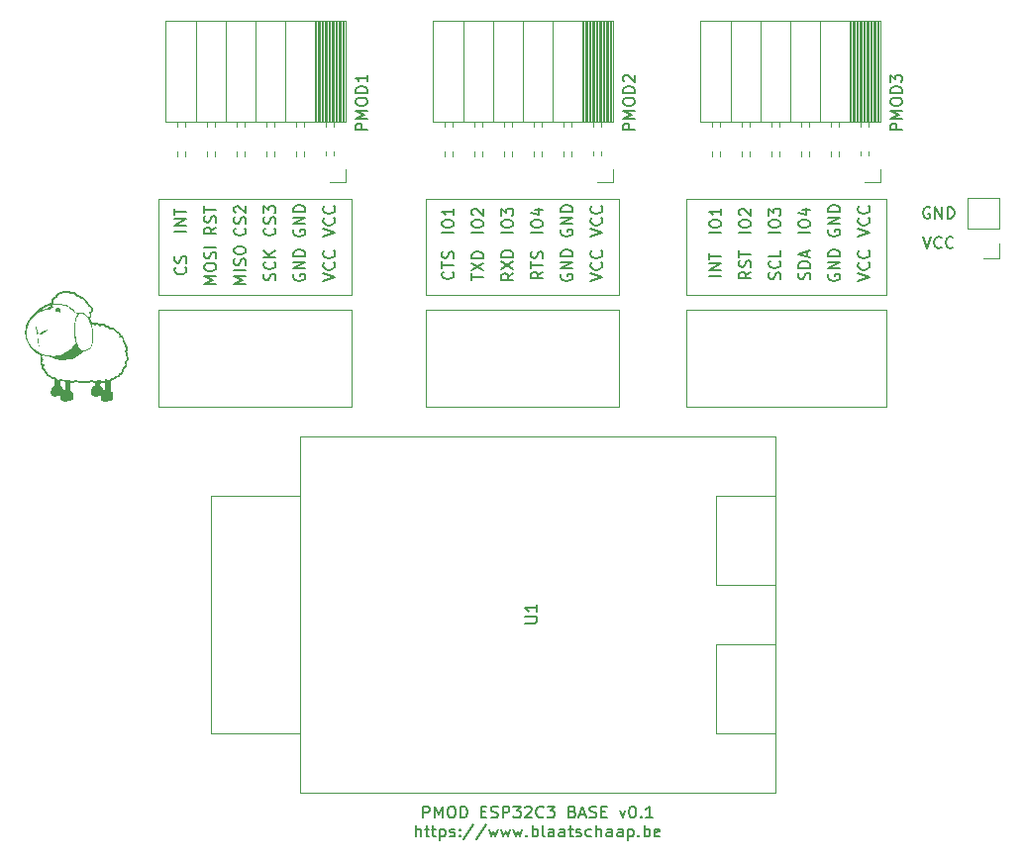
<source format=gbr>
%TF.GenerationSoftware,KiCad,Pcbnew,(6.0.10)*%
%TF.CreationDate,2023-01-05T13:47:08+01:00*%
%TF.ProjectId,pmod_esp32c3_baseboard,706d6f64-5f65-4737-9033-3263335f6261,rev?*%
%TF.SameCoordinates,Original*%
%TF.FileFunction,Legend,Top*%
%TF.FilePolarity,Positive*%
%FSLAX46Y46*%
G04 Gerber Fmt 4.6, Leading zero omitted, Abs format (unit mm)*
G04 Created by KiCad (PCBNEW (6.0.10)) date 2023-01-05 13:47:08*
%MOMM*%
%LPD*%
G01*
G04 APERTURE LIST*
%ADD10C,0.120000*%
%ADD11C,0.150000*%
G04 APERTURE END LIST*
D10*
X81915000Y-33020000D02*
X98425000Y-33020000D01*
X98425000Y-33020000D02*
X98425000Y-41275000D01*
X98425000Y-41275000D02*
X81915000Y-41275000D01*
X81915000Y-41275000D02*
X81915000Y-33020000D01*
X59055000Y-33020000D02*
X75565000Y-33020000D01*
X75565000Y-33020000D02*
X75565000Y-41275000D01*
X75565000Y-41275000D02*
X59055000Y-41275000D01*
X59055000Y-41275000D02*
X59055000Y-33020000D01*
X104140000Y-42545000D02*
X121285000Y-42545000D01*
X121285000Y-42545000D02*
X121285000Y-50800000D01*
X121285000Y-50800000D02*
X104140000Y-50800000D01*
X104140000Y-50800000D02*
X104140000Y-42545000D01*
X81915000Y-42545000D02*
X98425000Y-42545000D01*
X98425000Y-42545000D02*
X98425000Y-50800000D01*
X98425000Y-50800000D02*
X81915000Y-50800000D01*
X81915000Y-50800000D02*
X81915000Y-42545000D01*
X104140000Y-33020000D02*
X121285000Y-33020000D01*
X121285000Y-33020000D02*
X121285000Y-41275000D01*
X121285000Y-41275000D02*
X104140000Y-41275000D01*
X104140000Y-41275000D02*
X104140000Y-33020000D01*
X59055000Y-42545000D02*
X75565000Y-42545000D01*
X75565000Y-42545000D02*
X75565000Y-50800000D01*
X75565000Y-50800000D02*
X59055000Y-50800000D01*
X59055000Y-50800000D02*
X59055000Y-42545000D01*
D11*
X107132380Y-39639761D02*
X106132380Y-39639761D01*
X107132380Y-39163571D02*
X106132380Y-39163571D01*
X107132380Y-38592142D01*
X106132380Y-38592142D01*
X106132380Y-38258809D02*
X106132380Y-37687380D01*
X107132380Y-37973095D02*
X106132380Y-37973095D01*
X124968095Y-33790000D02*
X124872857Y-33742380D01*
X124730000Y-33742380D01*
X124587142Y-33790000D01*
X124491904Y-33885238D01*
X124444285Y-33980476D01*
X124396666Y-34170952D01*
X124396666Y-34313809D01*
X124444285Y-34504285D01*
X124491904Y-34599523D01*
X124587142Y-34694761D01*
X124730000Y-34742380D01*
X124825238Y-34742380D01*
X124968095Y-34694761D01*
X125015714Y-34647142D01*
X125015714Y-34313809D01*
X124825238Y-34313809D01*
X125444285Y-34742380D02*
X125444285Y-33742380D01*
X126015714Y-34742380D01*
X126015714Y-33742380D01*
X126491904Y-34742380D02*
X126491904Y-33742380D01*
X126730000Y-33742380D01*
X126872857Y-33790000D01*
X126968095Y-33885238D01*
X127015714Y-33980476D01*
X127063333Y-34170952D01*
X127063333Y-34313809D01*
X127015714Y-34504285D01*
X126968095Y-34599523D01*
X126872857Y-34694761D01*
X126730000Y-34742380D01*
X126491904Y-34742380D01*
X61412380Y-35829761D02*
X60412380Y-35829761D01*
X61412380Y-35353571D02*
X60412380Y-35353571D01*
X61412380Y-34782142D01*
X60412380Y-34782142D01*
X60412380Y-34448809D02*
X60412380Y-33877380D01*
X61412380Y-34163095D02*
X60412380Y-34163095D01*
X70620000Y-35686904D02*
X70572380Y-35782142D01*
X70572380Y-35925000D01*
X70620000Y-36067857D01*
X70715238Y-36163095D01*
X70810476Y-36210714D01*
X71000952Y-36258333D01*
X71143809Y-36258333D01*
X71334285Y-36210714D01*
X71429523Y-36163095D01*
X71524761Y-36067857D01*
X71572380Y-35925000D01*
X71572380Y-35829761D01*
X71524761Y-35686904D01*
X71477142Y-35639285D01*
X71143809Y-35639285D01*
X71143809Y-35829761D01*
X71572380Y-35210714D02*
X70572380Y-35210714D01*
X71572380Y-34639285D01*
X70572380Y-34639285D01*
X71572380Y-34163095D02*
X70572380Y-34163095D01*
X70572380Y-33925000D01*
X70620000Y-33782142D01*
X70715238Y-33686904D01*
X70810476Y-33639285D01*
X71000952Y-33591666D01*
X71143809Y-33591666D01*
X71334285Y-33639285D01*
X71429523Y-33686904D01*
X71524761Y-33782142D01*
X71572380Y-33925000D01*
X71572380Y-34163095D01*
X93480000Y-39496904D02*
X93432380Y-39592142D01*
X93432380Y-39735000D01*
X93480000Y-39877857D01*
X93575238Y-39973095D01*
X93670476Y-40020714D01*
X93860952Y-40068333D01*
X94003809Y-40068333D01*
X94194285Y-40020714D01*
X94289523Y-39973095D01*
X94384761Y-39877857D01*
X94432380Y-39735000D01*
X94432380Y-39639761D01*
X94384761Y-39496904D01*
X94337142Y-39449285D01*
X94003809Y-39449285D01*
X94003809Y-39639761D01*
X94432380Y-39020714D02*
X93432380Y-39020714D01*
X94432380Y-38449285D01*
X93432380Y-38449285D01*
X94432380Y-37973095D02*
X93432380Y-37973095D01*
X93432380Y-37735000D01*
X93480000Y-37592142D01*
X93575238Y-37496904D01*
X93670476Y-37449285D01*
X93860952Y-37401666D01*
X94003809Y-37401666D01*
X94194285Y-37449285D01*
X94289523Y-37496904D01*
X94384761Y-37592142D01*
X94432380Y-37735000D01*
X94432380Y-37973095D01*
X85812380Y-39996904D02*
X85812380Y-39425476D01*
X86812380Y-39711190D02*
X85812380Y-39711190D01*
X85812380Y-39187380D02*
X86812380Y-38520714D01*
X85812380Y-38520714D02*
X86812380Y-39187380D01*
X86812380Y-38139761D02*
X85812380Y-38139761D01*
X85812380Y-37901666D01*
X85860000Y-37758809D01*
X85955238Y-37663571D01*
X86050476Y-37615952D01*
X86240952Y-37568333D01*
X86383809Y-37568333D01*
X86574285Y-37615952D01*
X86669523Y-37663571D01*
X86764761Y-37758809D01*
X86812380Y-37901666D01*
X86812380Y-38139761D01*
X91892380Y-39282619D02*
X91416190Y-39615952D01*
X91892380Y-39854047D02*
X90892380Y-39854047D01*
X90892380Y-39473095D01*
X90940000Y-39377857D01*
X90987619Y-39330238D01*
X91082857Y-39282619D01*
X91225714Y-39282619D01*
X91320952Y-39330238D01*
X91368571Y-39377857D01*
X91416190Y-39473095D01*
X91416190Y-39854047D01*
X90892380Y-38996904D02*
X90892380Y-38425476D01*
X91892380Y-38711190D02*
X90892380Y-38711190D01*
X91844761Y-38139761D02*
X91892380Y-37996904D01*
X91892380Y-37758809D01*
X91844761Y-37663571D01*
X91797142Y-37615952D01*
X91701904Y-37568333D01*
X91606666Y-37568333D01*
X91511428Y-37615952D01*
X91463809Y-37663571D01*
X91416190Y-37758809D01*
X91368571Y-37949285D01*
X91320952Y-38044523D01*
X91273333Y-38092142D01*
X91178095Y-38139761D01*
X91082857Y-38139761D01*
X90987619Y-38092142D01*
X90940000Y-38044523D01*
X90892380Y-37949285D01*
X90892380Y-37711190D01*
X90940000Y-37568333D01*
X118832380Y-40068333D02*
X119832380Y-39735000D01*
X118832380Y-39401666D01*
X119737142Y-38496904D02*
X119784761Y-38544523D01*
X119832380Y-38687380D01*
X119832380Y-38782619D01*
X119784761Y-38925476D01*
X119689523Y-39020714D01*
X119594285Y-39068333D01*
X119403809Y-39115952D01*
X119260952Y-39115952D01*
X119070476Y-39068333D01*
X118975238Y-39020714D01*
X118880000Y-38925476D01*
X118832380Y-38782619D01*
X118832380Y-38687380D01*
X118880000Y-38544523D01*
X118927619Y-38496904D01*
X119737142Y-37496904D02*
X119784761Y-37544523D01*
X119832380Y-37687380D01*
X119832380Y-37782619D01*
X119784761Y-37925476D01*
X119689523Y-38020714D01*
X119594285Y-38068333D01*
X119403809Y-38115952D01*
X119260952Y-38115952D01*
X119070476Y-38068333D01*
X118975238Y-38020714D01*
X118880000Y-37925476D01*
X118832380Y-37782619D01*
X118832380Y-37687380D01*
X118880000Y-37544523D01*
X118927619Y-37496904D01*
X107132380Y-35925000D02*
X106132380Y-35925000D01*
X106132380Y-35258333D02*
X106132380Y-35067857D01*
X106180000Y-34972619D01*
X106275238Y-34877380D01*
X106465714Y-34829761D01*
X106799047Y-34829761D01*
X106989523Y-34877380D01*
X107084761Y-34972619D01*
X107132380Y-35067857D01*
X107132380Y-35258333D01*
X107084761Y-35353571D01*
X106989523Y-35448809D01*
X106799047Y-35496428D01*
X106465714Y-35496428D01*
X106275238Y-35448809D01*
X106180000Y-35353571D01*
X106132380Y-35258333D01*
X107132380Y-33877380D02*
X107132380Y-34448809D01*
X107132380Y-34163095D02*
X106132380Y-34163095D01*
X106275238Y-34258333D01*
X106370476Y-34353571D01*
X106418095Y-34448809D01*
X81654285Y-86007380D02*
X81654285Y-85007380D01*
X82035238Y-85007380D01*
X82130476Y-85055000D01*
X82178095Y-85102619D01*
X82225714Y-85197857D01*
X82225714Y-85340714D01*
X82178095Y-85435952D01*
X82130476Y-85483571D01*
X82035238Y-85531190D01*
X81654285Y-85531190D01*
X82654285Y-86007380D02*
X82654285Y-85007380D01*
X82987619Y-85721666D01*
X83320952Y-85007380D01*
X83320952Y-86007380D01*
X83987619Y-85007380D02*
X84178095Y-85007380D01*
X84273333Y-85055000D01*
X84368571Y-85150238D01*
X84416190Y-85340714D01*
X84416190Y-85674047D01*
X84368571Y-85864523D01*
X84273333Y-85959761D01*
X84178095Y-86007380D01*
X83987619Y-86007380D01*
X83892380Y-85959761D01*
X83797142Y-85864523D01*
X83749523Y-85674047D01*
X83749523Y-85340714D01*
X83797142Y-85150238D01*
X83892380Y-85055000D01*
X83987619Y-85007380D01*
X84844761Y-86007380D02*
X84844761Y-85007380D01*
X85082857Y-85007380D01*
X85225714Y-85055000D01*
X85320952Y-85150238D01*
X85368571Y-85245476D01*
X85416190Y-85435952D01*
X85416190Y-85578809D01*
X85368571Y-85769285D01*
X85320952Y-85864523D01*
X85225714Y-85959761D01*
X85082857Y-86007380D01*
X84844761Y-86007380D01*
X86606666Y-85483571D02*
X86940000Y-85483571D01*
X87082857Y-86007380D02*
X86606666Y-86007380D01*
X86606666Y-85007380D01*
X87082857Y-85007380D01*
X87463809Y-85959761D02*
X87606666Y-86007380D01*
X87844761Y-86007380D01*
X87940000Y-85959761D01*
X87987619Y-85912142D01*
X88035238Y-85816904D01*
X88035238Y-85721666D01*
X87987619Y-85626428D01*
X87940000Y-85578809D01*
X87844761Y-85531190D01*
X87654285Y-85483571D01*
X87559047Y-85435952D01*
X87511428Y-85388333D01*
X87463809Y-85293095D01*
X87463809Y-85197857D01*
X87511428Y-85102619D01*
X87559047Y-85055000D01*
X87654285Y-85007380D01*
X87892380Y-85007380D01*
X88035238Y-85055000D01*
X88463809Y-86007380D02*
X88463809Y-85007380D01*
X88844761Y-85007380D01*
X88940000Y-85055000D01*
X88987619Y-85102619D01*
X89035238Y-85197857D01*
X89035238Y-85340714D01*
X88987619Y-85435952D01*
X88940000Y-85483571D01*
X88844761Y-85531190D01*
X88463809Y-85531190D01*
X89368571Y-85007380D02*
X89987619Y-85007380D01*
X89654285Y-85388333D01*
X89797142Y-85388333D01*
X89892380Y-85435952D01*
X89940000Y-85483571D01*
X89987619Y-85578809D01*
X89987619Y-85816904D01*
X89940000Y-85912142D01*
X89892380Y-85959761D01*
X89797142Y-86007380D01*
X89511428Y-86007380D01*
X89416190Y-85959761D01*
X89368571Y-85912142D01*
X90368571Y-85102619D02*
X90416190Y-85055000D01*
X90511428Y-85007380D01*
X90749523Y-85007380D01*
X90844761Y-85055000D01*
X90892380Y-85102619D01*
X90940000Y-85197857D01*
X90940000Y-85293095D01*
X90892380Y-85435952D01*
X90320952Y-86007380D01*
X90940000Y-86007380D01*
X91940000Y-85912142D02*
X91892380Y-85959761D01*
X91749523Y-86007380D01*
X91654285Y-86007380D01*
X91511428Y-85959761D01*
X91416190Y-85864523D01*
X91368571Y-85769285D01*
X91320952Y-85578809D01*
X91320952Y-85435952D01*
X91368571Y-85245476D01*
X91416190Y-85150238D01*
X91511428Y-85055000D01*
X91654285Y-85007380D01*
X91749523Y-85007380D01*
X91892380Y-85055000D01*
X91940000Y-85102619D01*
X92273333Y-85007380D02*
X92892380Y-85007380D01*
X92559047Y-85388333D01*
X92701904Y-85388333D01*
X92797142Y-85435952D01*
X92844761Y-85483571D01*
X92892380Y-85578809D01*
X92892380Y-85816904D01*
X92844761Y-85912142D01*
X92797142Y-85959761D01*
X92701904Y-86007380D01*
X92416190Y-86007380D01*
X92320952Y-85959761D01*
X92273333Y-85912142D01*
X94416190Y-85483571D02*
X94559047Y-85531190D01*
X94606666Y-85578809D01*
X94654285Y-85674047D01*
X94654285Y-85816904D01*
X94606666Y-85912142D01*
X94559047Y-85959761D01*
X94463809Y-86007380D01*
X94082857Y-86007380D01*
X94082857Y-85007380D01*
X94416190Y-85007380D01*
X94511428Y-85055000D01*
X94559047Y-85102619D01*
X94606666Y-85197857D01*
X94606666Y-85293095D01*
X94559047Y-85388333D01*
X94511428Y-85435952D01*
X94416190Y-85483571D01*
X94082857Y-85483571D01*
X95035238Y-85721666D02*
X95511428Y-85721666D01*
X94940000Y-86007380D02*
X95273333Y-85007380D01*
X95606666Y-86007380D01*
X95892380Y-85959761D02*
X96035238Y-86007380D01*
X96273333Y-86007380D01*
X96368571Y-85959761D01*
X96416190Y-85912142D01*
X96463809Y-85816904D01*
X96463809Y-85721666D01*
X96416190Y-85626428D01*
X96368571Y-85578809D01*
X96273333Y-85531190D01*
X96082857Y-85483571D01*
X95987619Y-85435952D01*
X95940000Y-85388333D01*
X95892380Y-85293095D01*
X95892380Y-85197857D01*
X95940000Y-85102619D01*
X95987619Y-85055000D01*
X96082857Y-85007380D01*
X96320952Y-85007380D01*
X96463809Y-85055000D01*
X96892380Y-85483571D02*
X97225714Y-85483571D01*
X97368571Y-86007380D02*
X96892380Y-86007380D01*
X96892380Y-85007380D01*
X97368571Y-85007380D01*
X98463809Y-85340714D02*
X98701904Y-86007380D01*
X98940000Y-85340714D01*
X99511428Y-85007380D02*
X99606666Y-85007380D01*
X99701904Y-85055000D01*
X99749523Y-85102619D01*
X99797142Y-85197857D01*
X99844761Y-85388333D01*
X99844761Y-85626428D01*
X99797142Y-85816904D01*
X99749523Y-85912142D01*
X99701904Y-85959761D01*
X99606666Y-86007380D01*
X99511428Y-86007380D01*
X99416190Y-85959761D01*
X99368571Y-85912142D01*
X99320952Y-85816904D01*
X99273333Y-85626428D01*
X99273333Y-85388333D01*
X99320952Y-85197857D01*
X99368571Y-85102619D01*
X99416190Y-85055000D01*
X99511428Y-85007380D01*
X100273333Y-85912142D02*
X100320952Y-85959761D01*
X100273333Y-86007380D01*
X100225714Y-85959761D01*
X100273333Y-85912142D01*
X100273333Y-86007380D01*
X101273333Y-86007380D02*
X100701904Y-86007380D01*
X100987619Y-86007380D02*
X100987619Y-85007380D01*
X100892380Y-85150238D01*
X100797142Y-85245476D01*
X100701904Y-85293095D01*
X81035238Y-87617380D02*
X81035238Y-86617380D01*
X81463809Y-87617380D02*
X81463809Y-87093571D01*
X81416190Y-86998333D01*
X81320952Y-86950714D01*
X81178095Y-86950714D01*
X81082857Y-86998333D01*
X81035238Y-87045952D01*
X81797142Y-86950714D02*
X82178095Y-86950714D01*
X81940000Y-86617380D02*
X81940000Y-87474523D01*
X81987619Y-87569761D01*
X82082857Y-87617380D01*
X82178095Y-87617380D01*
X82368571Y-86950714D02*
X82749523Y-86950714D01*
X82511428Y-86617380D02*
X82511428Y-87474523D01*
X82559047Y-87569761D01*
X82654285Y-87617380D01*
X82749523Y-87617380D01*
X83082857Y-86950714D02*
X83082857Y-87950714D01*
X83082857Y-86998333D02*
X83178095Y-86950714D01*
X83368571Y-86950714D01*
X83463809Y-86998333D01*
X83511428Y-87045952D01*
X83559047Y-87141190D01*
X83559047Y-87426904D01*
X83511428Y-87522142D01*
X83463809Y-87569761D01*
X83368571Y-87617380D01*
X83178095Y-87617380D01*
X83082857Y-87569761D01*
X83940000Y-87569761D02*
X84035238Y-87617380D01*
X84225714Y-87617380D01*
X84320952Y-87569761D01*
X84368571Y-87474523D01*
X84368571Y-87426904D01*
X84320952Y-87331666D01*
X84225714Y-87284047D01*
X84082857Y-87284047D01*
X83987619Y-87236428D01*
X83940000Y-87141190D01*
X83940000Y-87093571D01*
X83987619Y-86998333D01*
X84082857Y-86950714D01*
X84225714Y-86950714D01*
X84320952Y-86998333D01*
X84797142Y-87522142D02*
X84844761Y-87569761D01*
X84797142Y-87617380D01*
X84749523Y-87569761D01*
X84797142Y-87522142D01*
X84797142Y-87617380D01*
X84797142Y-86998333D02*
X84844761Y-87045952D01*
X84797142Y-87093571D01*
X84749523Y-87045952D01*
X84797142Y-86998333D01*
X84797142Y-87093571D01*
X85987619Y-86569761D02*
X85130476Y-87855476D01*
X87035238Y-86569761D02*
X86178095Y-87855476D01*
X87273333Y-86950714D02*
X87463809Y-87617380D01*
X87654285Y-87141190D01*
X87844761Y-87617380D01*
X88035238Y-86950714D01*
X88320952Y-86950714D02*
X88511428Y-87617380D01*
X88701904Y-87141190D01*
X88892380Y-87617380D01*
X89082857Y-86950714D01*
X89368571Y-86950714D02*
X89559047Y-87617380D01*
X89749523Y-87141190D01*
X89940000Y-87617380D01*
X90130476Y-86950714D01*
X90511428Y-87522142D02*
X90559047Y-87569761D01*
X90511428Y-87617380D01*
X90463809Y-87569761D01*
X90511428Y-87522142D01*
X90511428Y-87617380D01*
X90987619Y-87617380D02*
X90987619Y-86617380D01*
X90987619Y-86998333D02*
X91082857Y-86950714D01*
X91273333Y-86950714D01*
X91368571Y-86998333D01*
X91416190Y-87045952D01*
X91463809Y-87141190D01*
X91463809Y-87426904D01*
X91416190Y-87522142D01*
X91368571Y-87569761D01*
X91273333Y-87617380D01*
X91082857Y-87617380D01*
X90987619Y-87569761D01*
X92035238Y-87617380D02*
X91940000Y-87569761D01*
X91892380Y-87474523D01*
X91892380Y-86617380D01*
X92844761Y-87617380D02*
X92844761Y-87093571D01*
X92797142Y-86998333D01*
X92701904Y-86950714D01*
X92511428Y-86950714D01*
X92416190Y-86998333D01*
X92844761Y-87569761D02*
X92749523Y-87617380D01*
X92511428Y-87617380D01*
X92416190Y-87569761D01*
X92368571Y-87474523D01*
X92368571Y-87379285D01*
X92416190Y-87284047D01*
X92511428Y-87236428D01*
X92749523Y-87236428D01*
X92844761Y-87188809D01*
X93749523Y-87617380D02*
X93749523Y-87093571D01*
X93701904Y-86998333D01*
X93606666Y-86950714D01*
X93416190Y-86950714D01*
X93320952Y-86998333D01*
X93749523Y-87569761D02*
X93654285Y-87617380D01*
X93416190Y-87617380D01*
X93320952Y-87569761D01*
X93273333Y-87474523D01*
X93273333Y-87379285D01*
X93320952Y-87284047D01*
X93416190Y-87236428D01*
X93654285Y-87236428D01*
X93749523Y-87188809D01*
X94082857Y-86950714D02*
X94463809Y-86950714D01*
X94225714Y-86617380D02*
X94225714Y-87474523D01*
X94273333Y-87569761D01*
X94368571Y-87617380D01*
X94463809Y-87617380D01*
X94749523Y-87569761D02*
X94844761Y-87617380D01*
X95035238Y-87617380D01*
X95130476Y-87569761D01*
X95178095Y-87474523D01*
X95178095Y-87426904D01*
X95130476Y-87331666D01*
X95035238Y-87284047D01*
X94892380Y-87284047D01*
X94797142Y-87236428D01*
X94749523Y-87141190D01*
X94749523Y-87093571D01*
X94797142Y-86998333D01*
X94892380Y-86950714D01*
X95035238Y-86950714D01*
X95130476Y-86998333D01*
X96035238Y-87569761D02*
X95940000Y-87617380D01*
X95749523Y-87617380D01*
X95654285Y-87569761D01*
X95606666Y-87522142D01*
X95559047Y-87426904D01*
X95559047Y-87141190D01*
X95606666Y-87045952D01*
X95654285Y-86998333D01*
X95749523Y-86950714D01*
X95940000Y-86950714D01*
X96035238Y-86998333D01*
X96463809Y-87617380D02*
X96463809Y-86617380D01*
X96892380Y-87617380D02*
X96892380Y-87093571D01*
X96844761Y-86998333D01*
X96749523Y-86950714D01*
X96606666Y-86950714D01*
X96511428Y-86998333D01*
X96463809Y-87045952D01*
X97797142Y-87617380D02*
X97797142Y-87093571D01*
X97749523Y-86998333D01*
X97654285Y-86950714D01*
X97463809Y-86950714D01*
X97368571Y-86998333D01*
X97797142Y-87569761D02*
X97701904Y-87617380D01*
X97463809Y-87617380D01*
X97368571Y-87569761D01*
X97320952Y-87474523D01*
X97320952Y-87379285D01*
X97368571Y-87284047D01*
X97463809Y-87236428D01*
X97701904Y-87236428D01*
X97797142Y-87188809D01*
X98701904Y-87617380D02*
X98701904Y-87093571D01*
X98654285Y-86998333D01*
X98559047Y-86950714D01*
X98368571Y-86950714D01*
X98273333Y-86998333D01*
X98701904Y-87569761D02*
X98606666Y-87617380D01*
X98368571Y-87617380D01*
X98273333Y-87569761D01*
X98225714Y-87474523D01*
X98225714Y-87379285D01*
X98273333Y-87284047D01*
X98368571Y-87236428D01*
X98606666Y-87236428D01*
X98701904Y-87188809D01*
X99178095Y-86950714D02*
X99178095Y-87950714D01*
X99178095Y-86998333D02*
X99273333Y-86950714D01*
X99463809Y-86950714D01*
X99559047Y-86998333D01*
X99606666Y-87045952D01*
X99654285Y-87141190D01*
X99654285Y-87426904D01*
X99606666Y-87522142D01*
X99559047Y-87569761D01*
X99463809Y-87617380D01*
X99273333Y-87617380D01*
X99178095Y-87569761D01*
X100082857Y-87522142D02*
X100130476Y-87569761D01*
X100082857Y-87617380D01*
X100035238Y-87569761D01*
X100082857Y-87522142D01*
X100082857Y-87617380D01*
X100559047Y-87617380D02*
X100559047Y-86617380D01*
X100559047Y-86998333D02*
X100654285Y-86950714D01*
X100844761Y-86950714D01*
X100940000Y-86998333D01*
X100987619Y-87045952D01*
X101035238Y-87141190D01*
X101035238Y-87426904D01*
X100987619Y-87522142D01*
X100940000Y-87569761D01*
X100844761Y-87617380D01*
X100654285Y-87617380D01*
X100559047Y-87569761D01*
X101844761Y-87569761D02*
X101749523Y-87617380D01*
X101559047Y-87617380D01*
X101463809Y-87569761D01*
X101416190Y-87474523D01*
X101416190Y-87093571D01*
X101463809Y-86998333D01*
X101559047Y-86950714D01*
X101749523Y-86950714D01*
X101844761Y-86998333D01*
X101892380Y-87093571D01*
X101892380Y-87188809D01*
X101416190Y-87284047D01*
X84177142Y-39282619D02*
X84224761Y-39330238D01*
X84272380Y-39473095D01*
X84272380Y-39568333D01*
X84224761Y-39711190D01*
X84129523Y-39806428D01*
X84034285Y-39854047D01*
X83843809Y-39901666D01*
X83700952Y-39901666D01*
X83510476Y-39854047D01*
X83415238Y-39806428D01*
X83320000Y-39711190D01*
X83272380Y-39568333D01*
X83272380Y-39473095D01*
X83320000Y-39330238D01*
X83367619Y-39282619D01*
X83272380Y-38996904D02*
X83272380Y-38425476D01*
X84272380Y-38711190D02*
X83272380Y-38711190D01*
X84224761Y-38139761D02*
X84272380Y-37996904D01*
X84272380Y-37758809D01*
X84224761Y-37663571D01*
X84177142Y-37615952D01*
X84081904Y-37568333D01*
X83986666Y-37568333D01*
X83891428Y-37615952D01*
X83843809Y-37663571D01*
X83796190Y-37758809D01*
X83748571Y-37949285D01*
X83700952Y-38044523D01*
X83653333Y-38092142D01*
X83558095Y-38139761D01*
X83462857Y-38139761D01*
X83367619Y-38092142D01*
X83320000Y-38044523D01*
X83272380Y-37949285D01*
X83272380Y-37711190D01*
X83320000Y-37568333D01*
X84272380Y-35925000D02*
X83272380Y-35925000D01*
X83272380Y-35258333D02*
X83272380Y-35067857D01*
X83320000Y-34972619D01*
X83415238Y-34877380D01*
X83605714Y-34829761D01*
X83939047Y-34829761D01*
X84129523Y-34877380D01*
X84224761Y-34972619D01*
X84272380Y-35067857D01*
X84272380Y-35258333D01*
X84224761Y-35353571D01*
X84129523Y-35448809D01*
X83939047Y-35496428D01*
X83605714Y-35496428D01*
X83415238Y-35448809D01*
X83320000Y-35353571D01*
X83272380Y-35258333D01*
X84272380Y-33877380D02*
X84272380Y-34448809D01*
X84272380Y-34163095D02*
X83272380Y-34163095D01*
X83415238Y-34258333D01*
X83510476Y-34353571D01*
X83558095Y-34448809D01*
X61317142Y-38901666D02*
X61364761Y-38949285D01*
X61412380Y-39092142D01*
X61412380Y-39187380D01*
X61364761Y-39330238D01*
X61269523Y-39425476D01*
X61174285Y-39473095D01*
X60983809Y-39520714D01*
X60840952Y-39520714D01*
X60650476Y-39473095D01*
X60555238Y-39425476D01*
X60460000Y-39330238D01*
X60412380Y-39187380D01*
X60412380Y-39092142D01*
X60460000Y-38949285D01*
X60507619Y-38901666D01*
X61364761Y-38520714D02*
X61412380Y-38377857D01*
X61412380Y-38139761D01*
X61364761Y-38044523D01*
X61317142Y-37996904D01*
X61221904Y-37949285D01*
X61126666Y-37949285D01*
X61031428Y-37996904D01*
X60983809Y-38044523D01*
X60936190Y-38139761D01*
X60888571Y-38330238D01*
X60840952Y-38425476D01*
X60793333Y-38473095D01*
X60698095Y-38520714D01*
X60602857Y-38520714D01*
X60507619Y-38473095D01*
X60460000Y-38425476D01*
X60412380Y-38330238D01*
X60412380Y-38092142D01*
X60460000Y-37949285D01*
X66492380Y-40306428D02*
X65492380Y-40306428D01*
X66206666Y-39973095D01*
X65492380Y-39639761D01*
X66492380Y-39639761D01*
X66492380Y-39163571D02*
X65492380Y-39163571D01*
X66444761Y-38735000D02*
X66492380Y-38592142D01*
X66492380Y-38354047D01*
X66444761Y-38258809D01*
X66397142Y-38211190D01*
X66301904Y-38163571D01*
X66206666Y-38163571D01*
X66111428Y-38211190D01*
X66063809Y-38258809D01*
X66016190Y-38354047D01*
X65968571Y-38544523D01*
X65920952Y-38639761D01*
X65873333Y-38687380D01*
X65778095Y-38735000D01*
X65682857Y-38735000D01*
X65587619Y-38687380D01*
X65540000Y-38639761D01*
X65492380Y-38544523D01*
X65492380Y-38306428D01*
X65540000Y-38163571D01*
X65492380Y-37544523D02*
X65492380Y-37354047D01*
X65540000Y-37258809D01*
X65635238Y-37163571D01*
X65825714Y-37115952D01*
X66159047Y-37115952D01*
X66349523Y-37163571D01*
X66444761Y-37258809D01*
X66492380Y-37354047D01*
X66492380Y-37544523D01*
X66444761Y-37639761D01*
X66349523Y-37735000D01*
X66159047Y-37782619D01*
X65825714Y-37782619D01*
X65635238Y-37735000D01*
X65540000Y-37639761D01*
X65492380Y-37544523D01*
X68984761Y-40020714D02*
X69032380Y-39877857D01*
X69032380Y-39639761D01*
X68984761Y-39544523D01*
X68937142Y-39496904D01*
X68841904Y-39449285D01*
X68746666Y-39449285D01*
X68651428Y-39496904D01*
X68603809Y-39544523D01*
X68556190Y-39639761D01*
X68508571Y-39830238D01*
X68460952Y-39925476D01*
X68413333Y-39973095D01*
X68318095Y-40020714D01*
X68222857Y-40020714D01*
X68127619Y-39973095D01*
X68080000Y-39925476D01*
X68032380Y-39830238D01*
X68032380Y-39592142D01*
X68080000Y-39449285D01*
X68937142Y-38449285D02*
X68984761Y-38496904D01*
X69032380Y-38639761D01*
X69032380Y-38735000D01*
X68984761Y-38877857D01*
X68889523Y-38973095D01*
X68794285Y-39020714D01*
X68603809Y-39068333D01*
X68460952Y-39068333D01*
X68270476Y-39020714D01*
X68175238Y-38973095D01*
X68080000Y-38877857D01*
X68032380Y-38735000D01*
X68032380Y-38639761D01*
X68080000Y-38496904D01*
X68127619Y-38449285D01*
X69032380Y-38020714D02*
X68032380Y-38020714D01*
X69032380Y-37449285D02*
X68460952Y-37877857D01*
X68032380Y-37449285D02*
X68603809Y-38020714D01*
X70620000Y-39496904D02*
X70572380Y-39592142D01*
X70572380Y-39735000D01*
X70620000Y-39877857D01*
X70715238Y-39973095D01*
X70810476Y-40020714D01*
X71000952Y-40068333D01*
X71143809Y-40068333D01*
X71334285Y-40020714D01*
X71429523Y-39973095D01*
X71524761Y-39877857D01*
X71572380Y-39735000D01*
X71572380Y-39639761D01*
X71524761Y-39496904D01*
X71477142Y-39449285D01*
X71143809Y-39449285D01*
X71143809Y-39639761D01*
X71572380Y-39020714D02*
X70572380Y-39020714D01*
X71572380Y-38449285D01*
X70572380Y-38449285D01*
X71572380Y-37973095D02*
X70572380Y-37973095D01*
X70572380Y-37735000D01*
X70620000Y-37592142D01*
X70715238Y-37496904D01*
X70810476Y-37449285D01*
X71000952Y-37401666D01*
X71143809Y-37401666D01*
X71334285Y-37449285D01*
X71429523Y-37496904D01*
X71524761Y-37592142D01*
X71572380Y-37735000D01*
X71572380Y-37973095D01*
X124396666Y-36282380D02*
X124730000Y-37282380D01*
X125063333Y-36282380D01*
X125968095Y-37187142D02*
X125920476Y-37234761D01*
X125777619Y-37282380D01*
X125682380Y-37282380D01*
X125539523Y-37234761D01*
X125444285Y-37139523D01*
X125396666Y-37044285D01*
X125349047Y-36853809D01*
X125349047Y-36710952D01*
X125396666Y-36520476D01*
X125444285Y-36425238D01*
X125539523Y-36330000D01*
X125682380Y-36282380D01*
X125777619Y-36282380D01*
X125920476Y-36330000D01*
X125968095Y-36377619D01*
X126968095Y-37187142D02*
X126920476Y-37234761D01*
X126777619Y-37282380D01*
X126682380Y-37282380D01*
X126539523Y-37234761D01*
X126444285Y-37139523D01*
X126396666Y-37044285D01*
X126349047Y-36853809D01*
X126349047Y-36710952D01*
X126396666Y-36520476D01*
X126444285Y-36425238D01*
X126539523Y-36330000D01*
X126682380Y-36282380D01*
X126777619Y-36282380D01*
X126920476Y-36330000D01*
X126968095Y-36377619D01*
X116340000Y-39496904D02*
X116292380Y-39592142D01*
X116292380Y-39735000D01*
X116340000Y-39877857D01*
X116435238Y-39973095D01*
X116530476Y-40020714D01*
X116720952Y-40068333D01*
X116863809Y-40068333D01*
X117054285Y-40020714D01*
X117149523Y-39973095D01*
X117244761Y-39877857D01*
X117292380Y-39735000D01*
X117292380Y-39639761D01*
X117244761Y-39496904D01*
X117197142Y-39449285D01*
X116863809Y-39449285D01*
X116863809Y-39639761D01*
X117292380Y-39020714D02*
X116292380Y-39020714D01*
X117292380Y-38449285D01*
X116292380Y-38449285D01*
X117292380Y-37973095D02*
X116292380Y-37973095D01*
X116292380Y-37735000D01*
X116340000Y-37592142D01*
X116435238Y-37496904D01*
X116530476Y-37449285D01*
X116720952Y-37401666D01*
X116863809Y-37401666D01*
X117054285Y-37449285D01*
X117149523Y-37496904D01*
X117244761Y-37592142D01*
X117292380Y-37735000D01*
X117292380Y-37973095D01*
X73112380Y-40068333D02*
X74112380Y-39735000D01*
X73112380Y-39401666D01*
X74017142Y-38496904D02*
X74064761Y-38544523D01*
X74112380Y-38687380D01*
X74112380Y-38782619D01*
X74064761Y-38925476D01*
X73969523Y-39020714D01*
X73874285Y-39068333D01*
X73683809Y-39115952D01*
X73540952Y-39115952D01*
X73350476Y-39068333D01*
X73255238Y-39020714D01*
X73160000Y-38925476D01*
X73112380Y-38782619D01*
X73112380Y-38687380D01*
X73160000Y-38544523D01*
X73207619Y-38496904D01*
X74017142Y-37496904D02*
X74064761Y-37544523D01*
X74112380Y-37687380D01*
X74112380Y-37782619D01*
X74064761Y-37925476D01*
X73969523Y-38020714D01*
X73874285Y-38068333D01*
X73683809Y-38115952D01*
X73540952Y-38115952D01*
X73350476Y-38068333D01*
X73255238Y-38020714D01*
X73160000Y-37925476D01*
X73112380Y-37782619D01*
X73112380Y-37687380D01*
X73160000Y-37544523D01*
X73207619Y-37496904D01*
X116340000Y-35686904D02*
X116292380Y-35782142D01*
X116292380Y-35925000D01*
X116340000Y-36067857D01*
X116435238Y-36163095D01*
X116530476Y-36210714D01*
X116720952Y-36258333D01*
X116863809Y-36258333D01*
X117054285Y-36210714D01*
X117149523Y-36163095D01*
X117244761Y-36067857D01*
X117292380Y-35925000D01*
X117292380Y-35829761D01*
X117244761Y-35686904D01*
X117197142Y-35639285D01*
X116863809Y-35639285D01*
X116863809Y-35829761D01*
X117292380Y-35210714D02*
X116292380Y-35210714D01*
X117292380Y-34639285D01*
X116292380Y-34639285D01*
X117292380Y-34163095D02*
X116292380Y-34163095D01*
X116292380Y-33925000D01*
X116340000Y-33782142D01*
X116435238Y-33686904D01*
X116530476Y-33639285D01*
X116720952Y-33591666D01*
X116863809Y-33591666D01*
X117054285Y-33639285D01*
X117149523Y-33686904D01*
X117244761Y-33782142D01*
X117292380Y-33925000D01*
X117292380Y-34163095D01*
X63952380Y-40306428D02*
X62952380Y-40306428D01*
X63666666Y-39973095D01*
X62952380Y-39639761D01*
X63952380Y-39639761D01*
X62952380Y-38973095D02*
X62952380Y-38782619D01*
X63000000Y-38687380D01*
X63095238Y-38592142D01*
X63285714Y-38544523D01*
X63619047Y-38544523D01*
X63809523Y-38592142D01*
X63904761Y-38687380D01*
X63952380Y-38782619D01*
X63952380Y-38973095D01*
X63904761Y-39068333D01*
X63809523Y-39163571D01*
X63619047Y-39211190D01*
X63285714Y-39211190D01*
X63095238Y-39163571D01*
X63000000Y-39068333D01*
X62952380Y-38973095D01*
X63904761Y-38163571D02*
X63952380Y-38020714D01*
X63952380Y-37782619D01*
X63904761Y-37687380D01*
X63857142Y-37639761D01*
X63761904Y-37592142D01*
X63666666Y-37592142D01*
X63571428Y-37639761D01*
X63523809Y-37687380D01*
X63476190Y-37782619D01*
X63428571Y-37973095D01*
X63380952Y-38068333D01*
X63333333Y-38115952D01*
X63238095Y-38163571D01*
X63142857Y-38163571D01*
X63047619Y-38115952D01*
X63000000Y-38068333D01*
X62952380Y-37973095D01*
X62952380Y-37735000D01*
X63000000Y-37592142D01*
X63952380Y-37163571D02*
X62952380Y-37163571D01*
X91892380Y-35925000D02*
X90892380Y-35925000D01*
X90892380Y-35258333D02*
X90892380Y-35067857D01*
X90940000Y-34972619D01*
X91035238Y-34877380D01*
X91225714Y-34829761D01*
X91559047Y-34829761D01*
X91749523Y-34877380D01*
X91844761Y-34972619D01*
X91892380Y-35067857D01*
X91892380Y-35258333D01*
X91844761Y-35353571D01*
X91749523Y-35448809D01*
X91559047Y-35496428D01*
X91225714Y-35496428D01*
X91035238Y-35448809D01*
X90940000Y-35353571D01*
X90892380Y-35258333D01*
X91225714Y-33972619D02*
X91892380Y-33972619D01*
X90844761Y-34210714D02*
X91559047Y-34448809D01*
X91559047Y-33829761D01*
X89352380Y-35925000D02*
X88352380Y-35925000D01*
X88352380Y-35258333D02*
X88352380Y-35067857D01*
X88400000Y-34972619D01*
X88495238Y-34877380D01*
X88685714Y-34829761D01*
X89019047Y-34829761D01*
X89209523Y-34877380D01*
X89304761Y-34972619D01*
X89352380Y-35067857D01*
X89352380Y-35258333D01*
X89304761Y-35353571D01*
X89209523Y-35448809D01*
X89019047Y-35496428D01*
X88685714Y-35496428D01*
X88495238Y-35448809D01*
X88400000Y-35353571D01*
X88352380Y-35258333D01*
X88352380Y-34496428D02*
X88352380Y-33877380D01*
X88733333Y-34210714D01*
X88733333Y-34067857D01*
X88780952Y-33972619D01*
X88828571Y-33925000D01*
X88923809Y-33877380D01*
X89161904Y-33877380D01*
X89257142Y-33925000D01*
X89304761Y-33972619D01*
X89352380Y-34067857D01*
X89352380Y-34353571D01*
X89304761Y-34448809D01*
X89257142Y-34496428D01*
X95972380Y-36258333D02*
X96972380Y-35925000D01*
X95972380Y-35591666D01*
X96877142Y-34686904D02*
X96924761Y-34734523D01*
X96972380Y-34877380D01*
X96972380Y-34972619D01*
X96924761Y-35115476D01*
X96829523Y-35210714D01*
X96734285Y-35258333D01*
X96543809Y-35305952D01*
X96400952Y-35305952D01*
X96210476Y-35258333D01*
X96115238Y-35210714D01*
X96020000Y-35115476D01*
X95972380Y-34972619D01*
X95972380Y-34877380D01*
X96020000Y-34734523D01*
X96067619Y-34686904D01*
X96877142Y-33686904D02*
X96924761Y-33734523D01*
X96972380Y-33877380D01*
X96972380Y-33972619D01*
X96924761Y-34115476D01*
X96829523Y-34210714D01*
X96734285Y-34258333D01*
X96543809Y-34305952D01*
X96400952Y-34305952D01*
X96210476Y-34258333D01*
X96115238Y-34210714D01*
X96020000Y-34115476D01*
X95972380Y-33972619D01*
X95972380Y-33877380D01*
X96020000Y-33734523D01*
X96067619Y-33686904D01*
X114752380Y-35925000D02*
X113752380Y-35925000D01*
X113752380Y-35258333D02*
X113752380Y-35067857D01*
X113800000Y-34972619D01*
X113895238Y-34877380D01*
X114085714Y-34829761D01*
X114419047Y-34829761D01*
X114609523Y-34877380D01*
X114704761Y-34972619D01*
X114752380Y-35067857D01*
X114752380Y-35258333D01*
X114704761Y-35353571D01*
X114609523Y-35448809D01*
X114419047Y-35496428D01*
X114085714Y-35496428D01*
X113895238Y-35448809D01*
X113800000Y-35353571D01*
X113752380Y-35258333D01*
X114085714Y-33972619D02*
X114752380Y-33972619D01*
X113704761Y-34210714D02*
X114419047Y-34448809D01*
X114419047Y-33829761D01*
X114704761Y-39949285D02*
X114752380Y-39806428D01*
X114752380Y-39568333D01*
X114704761Y-39473095D01*
X114657142Y-39425476D01*
X114561904Y-39377857D01*
X114466666Y-39377857D01*
X114371428Y-39425476D01*
X114323809Y-39473095D01*
X114276190Y-39568333D01*
X114228571Y-39758809D01*
X114180952Y-39854047D01*
X114133333Y-39901666D01*
X114038095Y-39949285D01*
X113942857Y-39949285D01*
X113847619Y-39901666D01*
X113800000Y-39854047D01*
X113752380Y-39758809D01*
X113752380Y-39520714D01*
X113800000Y-39377857D01*
X114752380Y-38949285D02*
X113752380Y-38949285D01*
X113752380Y-38711190D01*
X113800000Y-38568333D01*
X113895238Y-38473095D01*
X113990476Y-38425476D01*
X114180952Y-38377857D01*
X114323809Y-38377857D01*
X114514285Y-38425476D01*
X114609523Y-38473095D01*
X114704761Y-38568333D01*
X114752380Y-38711190D01*
X114752380Y-38949285D01*
X114466666Y-37996904D02*
X114466666Y-37520714D01*
X114752380Y-38092142D02*
X113752380Y-37758809D01*
X114752380Y-37425476D01*
X68937142Y-35567857D02*
X68984761Y-35615476D01*
X69032380Y-35758333D01*
X69032380Y-35853571D01*
X68984761Y-35996428D01*
X68889523Y-36091666D01*
X68794285Y-36139285D01*
X68603809Y-36186904D01*
X68460952Y-36186904D01*
X68270476Y-36139285D01*
X68175238Y-36091666D01*
X68080000Y-35996428D01*
X68032380Y-35853571D01*
X68032380Y-35758333D01*
X68080000Y-35615476D01*
X68127619Y-35567857D01*
X68984761Y-35186904D02*
X69032380Y-35044047D01*
X69032380Y-34805952D01*
X68984761Y-34710714D01*
X68937142Y-34663095D01*
X68841904Y-34615476D01*
X68746666Y-34615476D01*
X68651428Y-34663095D01*
X68603809Y-34710714D01*
X68556190Y-34805952D01*
X68508571Y-34996428D01*
X68460952Y-35091666D01*
X68413333Y-35139285D01*
X68318095Y-35186904D01*
X68222857Y-35186904D01*
X68127619Y-35139285D01*
X68080000Y-35091666D01*
X68032380Y-34996428D01*
X68032380Y-34758333D01*
X68080000Y-34615476D01*
X68032380Y-34282142D02*
X68032380Y-33663095D01*
X68413333Y-33996428D01*
X68413333Y-33853571D01*
X68460952Y-33758333D01*
X68508571Y-33710714D01*
X68603809Y-33663095D01*
X68841904Y-33663095D01*
X68937142Y-33710714D01*
X68984761Y-33758333D01*
X69032380Y-33853571D01*
X69032380Y-34139285D01*
X68984761Y-34234523D01*
X68937142Y-34282142D01*
X89352380Y-39401666D02*
X88876190Y-39735000D01*
X89352380Y-39973095D02*
X88352380Y-39973095D01*
X88352380Y-39592142D01*
X88400000Y-39496904D01*
X88447619Y-39449285D01*
X88542857Y-39401666D01*
X88685714Y-39401666D01*
X88780952Y-39449285D01*
X88828571Y-39496904D01*
X88876190Y-39592142D01*
X88876190Y-39973095D01*
X88352380Y-39068333D02*
X89352380Y-38401666D01*
X88352380Y-38401666D02*
X89352380Y-39068333D01*
X89352380Y-38020714D02*
X88352380Y-38020714D01*
X88352380Y-37782619D01*
X88400000Y-37639761D01*
X88495238Y-37544523D01*
X88590476Y-37496904D01*
X88780952Y-37449285D01*
X88923809Y-37449285D01*
X89114285Y-37496904D01*
X89209523Y-37544523D01*
X89304761Y-37639761D01*
X89352380Y-37782619D01*
X89352380Y-38020714D01*
X86812380Y-35925000D02*
X85812380Y-35925000D01*
X85812380Y-35258333D02*
X85812380Y-35067857D01*
X85860000Y-34972619D01*
X85955238Y-34877380D01*
X86145714Y-34829761D01*
X86479047Y-34829761D01*
X86669523Y-34877380D01*
X86764761Y-34972619D01*
X86812380Y-35067857D01*
X86812380Y-35258333D01*
X86764761Y-35353571D01*
X86669523Y-35448809D01*
X86479047Y-35496428D01*
X86145714Y-35496428D01*
X85955238Y-35448809D01*
X85860000Y-35353571D01*
X85812380Y-35258333D01*
X85907619Y-34448809D02*
X85860000Y-34401190D01*
X85812380Y-34305952D01*
X85812380Y-34067857D01*
X85860000Y-33972619D01*
X85907619Y-33925000D01*
X86002857Y-33877380D01*
X86098095Y-33877380D01*
X86240952Y-33925000D01*
X86812380Y-34496428D01*
X86812380Y-33877380D01*
X112212380Y-35925000D02*
X111212380Y-35925000D01*
X111212380Y-35258333D02*
X111212380Y-35067857D01*
X111260000Y-34972619D01*
X111355238Y-34877380D01*
X111545714Y-34829761D01*
X111879047Y-34829761D01*
X112069523Y-34877380D01*
X112164761Y-34972619D01*
X112212380Y-35067857D01*
X112212380Y-35258333D01*
X112164761Y-35353571D01*
X112069523Y-35448809D01*
X111879047Y-35496428D01*
X111545714Y-35496428D01*
X111355238Y-35448809D01*
X111260000Y-35353571D01*
X111212380Y-35258333D01*
X111212380Y-34496428D02*
X111212380Y-33877380D01*
X111593333Y-34210714D01*
X111593333Y-34067857D01*
X111640952Y-33972619D01*
X111688571Y-33925000D01*
X111783809Y-33877380D01*
X112021904Y-33877380D01*
X112117142Y-33925000D01*
X112164761Y-33972619D01*
X112212380Y-34067857D01*
X112212380Y-34353571D01*
X112164761Y-34448809D01*
X112117142Y-34496428D01*
X109672380Y-39282619D02*
X109196190Y-39615952D01*
X109672380Y-39854047D02*
X108672380Y-39854047D01*
X108672380Y-39473095D01*
X108720000Y-39377857D01*
X108767619Y-39330238D01*
X108862857Y-39282619D01*
X109005714Y-39282619D01*
X109100952Y-39330238D01*
X109148571Y-39377857D01*
X109196190Y-39473095D01*
X109196190Y-39854047D01*
X109624761Y-38901666D02*
X109672380Y-38758809D01*
X109672380Y-38520714D01*
X109624761Y-38425476D01*
X109577142Y-38377857D01*
X109481904Y-38330238D01*
X109386666Y-38330238D01*
X109291428Y-38377857D01*
X109243809Y-38425476D01*
X109196190Y-38520714D01*
X109148571Y-38711190D01*
X109100952Y-38806428D01*
X109053333Y-38854047D01*
X108958095Y-38901666D01*
X108862857Y-38901666D01*
X108767619Y-38854047D01*
X108720000Y-38806428D01*
X108672380Y-38711190D01*
X108672380Y-38473095D01*
X108720000Y-38330238D01*
X108672380Y-38044523D02*
X108672380Y-37473095D01*
X109672380Y-37758809D02*
X108672380Y-37758809D01*
X118832380Y-36258333D02*
X119832380Y-35925000D01*
X118832380Y-35591666D01*
X119737142Y-34686904D02*
X119784761Y-34734523D01*
X119832380Y-34877380D01*
X119832380Y-34972619D01*
X119784761Y-35115476D01*
X119689523Y-35210714D01*
X119594285Y-35258333D01*
X119403809Y-35305952D01*
X119260952Y-35305952D01*
X119070476Y-35258333D01*
X118975238Y-35210714D01*
X118880000Y-35115476D01*
X118832380Y-34972619D01*
X118832380Y-34877380D01*
X118880000Y-34734523D01*
X118927619Y-34686904D01*
X119737142Y-33686904D02*
X119784761Y-33734523D01*
X119832380Y-33877380D01*
X119832380Y-33972619D01*
X119784761Y-34115476D01*
X119689523Y-34210714D01*
X119594285Y-34258333D01*
X119403809Y-34305952D01*
X119260952Y-34305952D01*
X119070476Y-34258333D01*
X118975238Y-34210714D01*
X118880000Y-34115476D01*
X118832380Y-33972619D01*
X118832380Y-33877380D01*
X118880000Y-33734523D01*
X118927619Y-33686904D01*
X66397142Y-35567857D02*
X66444761Y-35615476D01*
X66492380Y-35758333D01*
X66492380Y-35853571D01*
X66444761Y-35996428D01*
X66349523Y-36091666D01*
X66254285Y-36139285D01*
X66063809Y-36186904D01*
X65920952Y-36186904D01*
X65730476Y-36139285D01*
X65635238Y-36091666D01*
X65540000Y-35996428D01*
X65492380Y-35853571D01*
X65492380Y-35758333D01*
X65540000Y-35615476D01*
X65587619Y-35567857D01*
X66444761Y-35186904D02*
X66492380Y-35044047D01*
X66492380Y-34805952D01*
X66444761Y-34710714D01*
X66397142Y-34663095D01*
X66301904Y-34615476D01*
X66206666Y-34615476D01*
X66111428Y-34663095D01*
X66063809Y-34710714D01*
X66016190Y-34805952D01*
X65968571Y-34996428D01*
X65920952Y-35091666D01*
X65873333Y-35139285D01*
X65778095Y-35186904D01*
X65682857Y-35186904D01*
X65587619Y-35139285D01*
X65540000Y-35091666D01*
X65492380Y-34996428D01*
X65492380Y-34758333D01*
X65540000Y-34615476D01*
X65587619Y-34234523D02*
X65540000Y-34186904D01*
X65492380Y-34091666D01*
X65492380Y-33853571D01*
X65540000Y-33758333D01*
X65587619Y-33710714D01*
X65682857Y-33663095D01*
X65778095Y-33663095D01*
X65920952Y-33710714D01*
X66492380Y-34282142D01*
X66492380Y-33663095D01*
X112164761Y-39925476D02*
X112212380Y-39782619D01*
X112212380Y-39544523D01*
X112164761Y-39449285D01*
X112117142Y-39401666D01*
X112021904Y-39354047D01*
X111926666Y-39354047D01*
X111831428Y-39401666D01*
X111783809Y-39449285D01*
X111736190Y-39544523D01*
X111688571Y-39735000D01*
X111640952Y-39830238D01*
X111593333Y-39877857D01*
X111498095Y-39925476D01*
X111402857Y-39925476D01*
X111307619Y-39877857D01*
X111260000Y-39830238D01*
X111212380Y-39735000D01*
X111212380Y-39496904D01*
X111260000Y-39354047D01*
X112117142Y-38354047D02*
X112164761Y-38401666D01*
X112212380Y-38544523D01*
X112212380Y-38639761D01*
X112164761Y-38782619D01*
X112069523Y-38877857D01*
X111974285Y-38925476D01*
X111783809Y-38973095D01*
X111640952Y-38973095D01*
X111450476Y-38925476D01*
X111355238Y-38877857D01*
X111260000Y-38782619D01*
X111212380Y-38639761D01*
X111212380Y-38544523D01*
X111260000Y-38401666D01*
X111307619Y-38354047D01*
X112212380Y-37449285D02*
X112212380Y-37925476D01*
X111212380Y-37925476D01*
X109672380Y-35925000D02*
X108672380Y-35925000D01*
X108672380Y-35258333D02*
X108672380Y-35067857D01*
X108720000Y-34972619D01*
X108815238Y-34877380D01*
X109005714Y-34829761D01*
X109339047Y-34829761D01*
X109529523Y-34877380D01*
X109624761Y-34972619D01*
X109672380Y-35067857D01*
X109672380Y-35258333D01*
X109624761Y-35353571D01*
X109529523Y-35448809D01*
X109339047Y-35496428D01*
X109005714Y-35496428D01*
X108815238Y-35448809D01*
X108720000Y-35353571D01*
X108672380Y-35258333D01*
X108767619Y-34448809D02*
X108720000Y-34401190D01*
X108672380Y-34305952D01*
X108672380Y-34067857D01*
X108720000Y-33972619D01*
X108767619Y-33925000D01*
X108862857Y-33877380D01*
X108958095Y-33877380D01*
X109100952Y-33925000D01*
X109672380Y-34496428D01*
X109672380Y-33877380D01*
X63952380Y-35472619D02*
X63476190Y-35805952D01*
X63952380Y-36044047D02*
X62952380Y-36044047D01*
X62952380Y-35663095D01*
X63000000Y-35567857D01*
X63047619Y-35520238D01*
X63142857Y-35472619D01*
X63285714Y-35472619D01*
X63380952Y-35520238D01*
X63428571Y-35567857D01*
X63476190Y-35663095D01*
X63476190Y-36044047D01*
X63904761Y-35091666D02*
X63952380Y-34948809D01*
X63952380Y-34710714D01*
X63904761Y-34615476D01*
X63857142Y-34567857D01*
X63761904Y-34520238D01*
X63666666Y-34520238D01*
X63571428Y-34567857D01*
X63523809Y-34615476D01*
X63476190Y-34710714D01*
X63428571Y-34901190D01*
X63380952Y-34996428D01*
X63333333Y-35044047D01*
X63238095Y-35091666D01*
X63142857Y-35091666D01*
X63047619Y-35044047D01*
X63000000Y-34996428D01*
X62952380Y-34901190D01*
X62952380Y-34663095D01*
X63000000Y-34520238D01*
X62952380Y-34234523D02*
X62952380Y-33663095D01*
X63952380Y-33948809D02*
X62952380Y-33948809D01*
X95972380Y-40068333D02*
X96972380Y-39735000D01*
X95972380Y-39401666D01*
X96877142Y-38496904D02*
X96924761Y-38544523D01*
X96972380Y-38687380D01*
X96972380Y-38782619D01*
X96924761Y-38925476D01*
X96829523Y-39020714D01*
X96734285Y-39068333D01*
X96543809Y-39115952D01*
X96400952Y-39115952D01*
X96210476Y-39068333D01*
X96115238Y-39020714D01*
X96020000Y-38925476D01*
X95972380Y-38782619D01*
X95972380Y-38687380D01*
X96020000Y-38544523D01*
X96067619Y-38496904D01*
X96877142Y-37496904D02*
X96924761Y-37544523D01*
X96972380Y-37687380D01*
X96972380Y-37782619D01*
X96924761Y-37925476D01*
X96829523Y-38020714D01*
X96734285Y-38068333D01*
X96543809Y-38115952D01*
X96400952Y-38115952D01*
X96210476Y-38068333D01*
X96115238Y-38020714D01*
X96020000Y-37925476D01*
X95972380Y-37782619D01*
X95972380Y-37687380D01*
X96020000Y-37544523D01*
X96067619Y-37496904D01*
X73112380Y-36258333D02*
X74112380Y-35925000D01*
X73112380Y-35591666D01*
X74017142Y-34686904D02*
X74064761Y-34734523D01*
X74112380Y-34877380D01*
X74112380Y-34972619D01*
X74064761Y-35115476D01*
X73969523Y-35210714D01*
X73874285Y-35258333D01*
X73683809Y-35305952D01*
X73540952Y-35305952D01*
X73350476Y-35258333D01*
X73255238Y-35210714D01*
X73160000Y-35115476D01*
X73112380Y-34972619D01*
X73112380Y-34877380D01*
X73160000Y-34734523D01*
X73207619Y-34686904D01*
X74017142Y-33686904D02*
X74064761Y-33734523D01*
X74112380Y-33877380D01*
X74112380Y-33972619D01*
X74064761Y-34115476D01*
X73969523Y-34210714D01*
X73874285Y-34258333D01*
X73683809Y-34305952D01*
X73540952Y-34305952D01*
X73350476Y-34258333D01*
X73255238Y-34210714D01*
X73160000Y-34115476D01*
X73112380Y-33972619D01*
X73112380Y-33877380D01*
X73160000Y-33734523D01*
X73207619Y-33686904D01*
X93480000Y-35686904D02*
X93432380Y-35782142D01*
X93432380Y-35925000D01*
X93480000Y-36067857D01*
X93575238Y-36163095D01*
X93670476Y-36210714D01*
X93860952Y-36258333D01*
X94003809Y-36258333D01*
X94194285Y-36210714D01*
X94289523Y-36163095D01*
X94384761Y-36067857D01*
X94432380Y-35925000D01*
X94432380Y-35829761D01*
X94384761Y-35686904D01*
X94337142Y-35639285D01*
X94003809Y-35639285D01*
X94003809Y-35829761D01*
X94432380Y-35210714D02*
X93432380Y-35210714D01*
X94432380Y-34639285D01*
X93432380Y-34639285D01*
X94432380Y-34163095D02*
X93432380Y-34163095D01*
X93432380Y-33925000D01*
X93480000Y-33782142D01*
X93575238Y-33686904D01*
X93670476Y-33639285D01*
X93860952Y-33591666D01*
X94003809Y-33591666D01*
X94194285Y-33639285D01*
X94289523Y-33686904D01*
X94384761Y-33782142D01*
X94432380Y-33925000D01*
X94432380Y-34163095D01*
%TO.C,PMOD2*%
X99742380Y-27163333D02*
X98742380Y-27163333D01*
X98742380Y-26782380D01*
X98790000Y-26687142D01*
X98837619Y-26639523D01*
X98932857Y-26591904D01*
X99075714Y-26591904D01*
X99170952Y-26639523D01*
X99218571Y-26687142D01*
X99266190Y-26782380D01*
X99266190Y-27163333D01*
X99742380Y-26163333D02*
X98742380Y-26163333D01*
X99456666Y-25830000D01*
X98742380Y-25496666D01*
X99742380Y-25496666D01*
X98742380Y-24830000D02*
X98742380Y-24639523D01*
X98790000Y-24544285D01*
X98885238Y-24449047D01*
X99075714Y-24401428D01*
X99409047Y-24401428D01*
X99599523Y-24449047D01*
X99694761Y-24544285D01*
X99742380Y-24639523D01*
X99742380Y-24830000D01*
X99694761Y-24925238D01*
X99599523Y-25020476D01*
X99409047Y-25068095D01*
X99075714Y-25068095D01*
X98885238Y-25020476D01*
X98790000Y-24925238D01*
X98742380Y-24830000D01*
X99742380Y-23972857D02*
X98742380Y-23972857D01*
X98742380Y-23734761D01*
X98790000Y-23591904D01*
X98885238Y-23496666D01*
X98980476Y-23449047D01*
X99170952Y-23401428D01*
X99313809Y-23401428D01*
X99504285Y-23449047D01*
X99599523Y-23496666D01*
X99694761Y-23591904D01*
X99742380Y-23734761D01*
X99742380Y-23972857D01*
X98837619Y-23020476D02*
X98790000Y-22972857D01*
X98742380Y-22877619D01*
X98742380Y-22639523D01*
X98790000Y-22544285D01*
X98837619Y-22496666D01*
X98932857Y-22449047D01*
X99028095Y-22449047D01*
X99170952Y-22496666D01*
X99742380Y-23068095D01*
X99742380Y-22449047D01*
%TO.C,PMOD3*%
X122602380Y-27163333D02*
X121602380Y-27163333D01*
X121602380Y-26782380D01*
X121650000Y-26687142D01*
X121697619Y-26639523D01*
X121792857Y-26591904D01*
X121935714Y-26591904D01*
X122030952Y-26639523D01*
X122078571Y-26687142D01*
X122126190Y-26782380D01*
X122126190Y-27163333D01*
X122602380Y-26163333D02*
X121602380Y-26163333D01*
X122316666Y-25830000D01*
X121602380Y-25496666D01*
X122602380Y-25496666D01*
X121602380Y-24830000D02*
X121602380Y-24639523D01*
X121650000Y-24544285D01*
X121745238Y-24449047D01*
X121935714Y-24401428D01*
X122269047Y-24401428D01*
X122459523Y-24449047D01*
X122554761Y-24544285D01*
X122602380Y-24639523D01*
X122602380Y-24830000D01*
X122554761Y-24925238D01*
X122459523Y-25020476D01*
X122269047Y-25068095D01*
X121935714Y-25068095D01*
X121745238Y-25020476D01*
X121650000Y-24925238D01*
X121602380Y-24830000D01*
X122602380Y-23972857D02*
X121602380Y-23972857D01*
X121602380Y-23734761D01*
X121650000Y-23591904D01*
X121745238Y-23496666D01*
X121840476Y-23449047D01*
X122030952Y-23401428D01*
X122173809Y-23401428D01*
X122364285Y-23449047D01*
X122459523Y-23496666D01*
X122554761Y-23591904D01*
X122602380Y-23734761D01*
X122602380Y-23972857D01*
X121602380Y-23068095D02*
X121602380Y-22449047D01*
X121983333Y-22782380D01*
X121983333Y-22639523D01*
X122030952Y-22544285D01*
X122078571Y-22496666D01*
X122173809Y-22449047D01*
X122411904Y-22449047D01*
X122507142Y-22496666D01*
X122554761Y-22544285D01*
X122602380Y-22639523D01*
X122602380Y-22925238D01*
X122554761Y-23020476D01*
X122507142Y-23068095D01*
%TO.C,PMOD1*%
X76882380Y-27163333D02*
X75882380Y-27163333D01*
X75882380Y-26782380D01*
X75930000Y-26687142D01*
X75977619Y-26639523D01*
X76072857Y-26591904D01*
X76215714Y-26591904D01*
X76310952Y-26639523D01*
X76358571Y-26687142D01*
X76406190Y-26782380D01*
X76406190Y-27163333D01*
X76882380Y-26163333D02*
X75882380Y-26163333D01*
X76596666Y-25830000D01*
X75882380Y-25496666D01*
X76882380Y-25496666D01*
X75882380Y-24830000D02*
X75882380Y-24639523D01*
X75930000Y-24544285D01*
X76025238Y-24449047D01*
X76215714Y-24401428D01*
X76549047Y-24401428D01*
X76739523Y-24449047D01*
X76834761Y-24544285D01*
X76882380Y-24639523D01*
X76882380Y-24830000D01*
X76834761Y-24925238D01*
X76739523Y-25020476D01*
X76549047Y-25068095D01*
X76215714Y-25068095D01*
X76025238Y-25020476D01*
X75930000Y-24925238D01*
X75882380Y-24830000D01*
X76882380Y-23972857D02*
X75882380Y-23972857D01*
X75882380Y-23734761D01*
X75930000Y-23591904D01*
X76025238Y-23496666D01*
X76120476Y-23449047D01*
X76310952Y-23401428D01*
X76453809Y-23401428D01*
X76644285Y-23449047D01*
X76739523Y-23496666D01*
X76834761Y-23591904D01*
X76882380Y-23734761D01*
X76882380Y-23972857D01*
X76882380Y-22449047D02*
X76882380Y-23020476D01*
X76882380Y-22734761D02*
X75882380Y-22734761D01*
X76025238Y-22830000D01*
X76120476Y-22925238D01*
X76168095Y-23020476D01*
%TO.C,U1*%
X90392380Y-69341904D02*
X91201904Y-69341904D01*
X91297142Y-69294285D01*
X91344761Y-69246666D01*
X91392380Y-69151428D01*
X91392380Y-68960952D01*
X91344761Y-68865714D01*
X91297142Y-68818095D01*
X91201904Y-68770476D01*
X90392380Y-68770476D01*
X91392380Y-67770476D02*
X91392380Y-68341904D01*
X91392380Y-68056190D02*
X90392380Y-68056190D01*
X90535238Y-68151428D01*
X90630476Y-68246666D01*
X90678095Y-68341904D01*
D10*
%TO.C,PMOD2*%
X86000000Y-28990000D02*
X86000000Y-29430000D01*
X97850000Y-17850000D02*
X82490000Y-17850000D01*
X91080000Y-28990000D02*
X91080000Y-29430000D01*
X88540000Y-26480000D02*
X88540000Y-26890000D01*
X94340000Y-26480000D02*
X94340000Y-26890000D01*
X96903335Y-17850000D02*
X96903335Y-26480000D01*
X97850000Y-17850000D02*
X97850000Y-26480000D01*
X96667145Y-17850000D02*
X96667145Y-26480000D01*
X97257620Y-17850000D02*
X97257620Y-26480000D01*
X97493810Y-17850000D02*
X97493810Y-26480000D01*
X96160000Y-28990000D02*
X96160000Y-29370000D01*
X93620000Y-28990000D02*
X93620000Y-29430000D01*
X95958575Y-17850000D02*
X95958575Y-26480000D01*
X83460000Y-28990000D02*
X83460000Y-29430000D01*
X84180000Y-28990000D02*
X84180000Y-29430000D01*
X85090000Y-17850000D02*
X85090000Y-26480000D01*
X91080000Y-26480000D02*
X91080000Y-26890000D01*
X97021430Y-17850000D02*
X97021430Y-26480000D01*
X97850000Y-30480000D02*
X97850000Y-31590000D01*
X95368100Y-17850000D02*
X95368100Y-26480000D01*
X97730000Y-17850000D02*
X97730000Y-26480000D01*
X91800000Y-26480000D02*
X91800000Y-26890000D01*
X96312860Y-17850000D02*
X96312860Y-26480000D01*
X89260000Y-26480000D02*
X89260000Y-26890000D01*
X83460000Y-26480000D02*
X83460000Y-26890000D01*
X96194765Y-17850000D02*
X96194765Y-26480000D01*
X96160000Y-26480000D02*
X96160000Y-26890000D01*
X96880000Y-28990000D02*
X96880000Y-29370000D01*
X86720000Y-28990000D02*
X86720000Y-29430000D01*
X97375715Y-17850000D02*
X97375715Y-26480000D01*
X95486195Y-17850000D02*
X95486195Y-26480000D01*
X96880000Y-26480000D02*
X96880000Y-26890000D01*
X96549050Y-17850000D02*
X96549050Y-26480000D01*
X90170000Y-17850000D02*
X90170000Y-26480000D01*
X97850000Y-26480000D02*
X82490000Y-26480000D01*
X88540000Y-28990000D02*
X88540000Y-29430000D01*
X94340000Y-28990000D02*
X94340000Y-29430000D01*
X86000000Y-26480000D02*
X86000000Y-26890000D01*
X93620000Y-26480000D02*
X93620000Y-26890000D01*
X82490000Y-17850000D02*
X82490000Y-26480000D01*
X91800000Y-28990000D02*
X91800000Y-29430000D01*
X96785240Y-17850000D02*
X96785240Y-26480000D01*
X84180000Y-26480000D02*
X84180000Y-26890000D01*
X96430955Y-17850000D02*
X96430955Y-26480000D01*
X95722385Y-17850000D02*
X95722385Y-26480000D01*
X95250000Y-17850000D02*
X95250000Y-26480000D01*
X96076670Y-17850000D02*
X96076670Y-26480000D01*
X86720000Y-26480000D02*
X86720000Y-26890000D01*
X87630000Y-17850000D02*
X87630000Y-26480000D01*
X97850000Y-31590000D02*
X96520000Y-31590000D01*
X95604290Y-17850000D02*
X95604290Y-26480000D01*
X97139525Y-17850000D02*
X97139525Y-26480000D01*
X92710000Y-17850000D02*
X92710000Y-26480000D01*
X89260000Y-28990000D02*
X89260000Y-29430000D01*
X97611905Y-17850000D02*
X97611905Y-26480000D01*
X95840480Y-17850000D02*
X95840480Y-26480000D01*
%TO.C,PMOD3*%
X118818575Y-17850000D02*
X118818575Y-26480000D01*
X117200000Y-26480000D02*
X117200000Y-26890000D01*
X114660000Y-28990000D02*
X114660000Y-29430000D01*
X119740000Y-28990000D02*
X119740000Y-29370000D01*
X110490000Y-17850000D02*
X110490000Y-26480000D01*
X112120000Y-28990000D02*
X112120000Y-29430000D01*
X119409050Y-17850000D02*
X119409050Y-26480000D01*
X119054765Y-17850000D02*
X119054765Y-26480000D01*
X119020000Y-26480000D02*
X119020000Y-26890000D01*
X113030000Y-17850000D02*
X113030000Y-26480000D01*
X111400000Y-26480000D02*
X111400000Y-26890000D01*
X107950000Y-17850000D02*
X107950000Y-26480000D01*
X120235715Y-17850000D02*
X120235715Y-26480000D01*
X116480000Y-28990000D02*
X116480000Y-29430000D01*
X108860000Y-26480000D02*
X108860000Y-26890000D01*
X107040000Y-26480000D02*
X107040000Y-26890000D01*
X119763335Y-17850000D02*
X119763335Y-26480000D01*
X118346195Y-17850000D02*
X118346195Y-26480000D01*
X113940000Y-26480000D02*
X113940000Y-26890000D01*
X119881430Y-17850000D02*
X119881430Y-26480000D01*
X118110000Y-17850000D02*
X118110000Y-26480000D01*
X119020000Y-28990000D02*
X119020000Y-29370000D01*
X120710000Y-26480000D02*
X105350000Y-26480000D01*
X119290955Y-17850000D02*
X119290955Y-26480000D01*
X119999525Y-17850000D02*
X119999525Y-26480000D01*
X105350000Y-17850000D02*
X105350000Y-26480000D01*
X120710000Y-17850000D02*
X120710000Y-26480000D01*
X119172860Y-17850000D02*
X119172860Y-26480000D01*
X120710000Y-31590000D02*
X119380000Y-31590000D01*
X120353810Y-17850000D02*
X120353810Y-26480000D01*
X106320000Y-28990000D02*
X106320000Y-29430000D01*
X113940000Y-28990000D02*
X113940000Y-29430000D01*
X119527145Y-17850000D02*
X119527145Y-26480000D01*
X119740000Y-26480000D02*
X119740000Y-26890000D01*
X118228100Y-17850000D02*
X118228100Y-26480000D01*
X120117620Y-17850000D02*
X120117620Y-26480000D01*
X118700480Y-17850000D02*
X118700480Y-26480000D01*
X118464290Y-17850000D02*
X118464290Y-26480000D01*
X117200000Y-28990000D02*
X117200000Y-29430000D01*
X109580000Y-26480000D02*
X109580000Y-26890000D01*
X106320000Y-26480000D02*
X106320000Y-26890000D01*
X112120000Y-26480000D02*
X112120000Y-26890000D01*
X119645240Y-17850000D02*
X119645240Y-26480000D01*
X118582385Y-17850000D02*
X118582385Y-26480000D01*
X120710000Y-30480000D02*
X120710000Y-31590000D01*
X118936670Y-17850000D02*
X118936670Y-26480000D01*
X114660000Y-26480000D02*
X114660000Y-26890000D01*
X107040000Y-28990000D02*
X107040000Y-29430000D01*
X120590000Y-17850000D02*
X120590000Y-26480000D01*
X120710000Y-17850000D02*
X105350000Y-17850000D01*
X120471905Y-17850000D02*
X120471905Y-26480000D01*
X109580000Y-28990000D02*
X109580000Y-29430000D01*
X115570000Y-17850000D02*
X115570000Y-26480000D01*
X108860000Y-28990000D02*
X108860000Y-29430000D01*
X116480000Y-26480000D02*
X116480000Y-26890000D01*
X111400000Y-28990000D02*
X111400000Y-29430000D01*
%TO.C,PMOD1*%
X73216670Y-17850000D02*
X73216670Y-26480000D01*
X66400000Y-26480000D02*
X66400000Y-26890000D01*
X63140000Y-26480000D02*
X63140000Y-26890000D01*
X74990000Y-30480000D02*
X74990000Y-31590000D01*
X64770000Y-17850000D02*
X64770000Y-26480000D01*
X73925240Y-17850000D02*
X73925240Y-26480000D01*
X60600000Y-26480000D02*
X60600000Y-26890000D01*
X73452860Y-17850000D02*
X73452860Y-26480000D01*
X70760000Y-26480000D02*
X70760000Y-26890000D01*
X73098575Y-17850000D02*
X73098575Y-26480000D01*
X74990000Y-17850000D02*
X59630000Y-17850000D01*
X74161430Y-17850000D02*
X74161430Y-26480000D01*
X74043335Y-17850000D02*
X74043335Y-26480000D01*
X68220000Y-28990000D02*
X68220000Y-29430000D01*
X63860000Y-26480000D02*
X63860000Y-26890000D01*
X72980480Y-17850000D02*
X72980480Y-26480000D01*
X74990000Y-26480000D02*
X59630000Y-26480000D01*
X65680000Y-26480000D02*
X65680000Y-26890000D01*
X73689050Y-17850000D02*
X73689050Y-26480000D01*
X72508100Y-17850000D02*
X72508100Y-26480000D01*
X68940000Y-26480000D02*
X68940000Y-26890000D01*
X74279525Y-17850000D02*
X74279525Y-26480000D01*
X65680000Y-28990000D02*
X65680000Y-29430000D01*
X74515715Y-17850000D02*
X74515715Y-26480000D01*
X68940000Y-28990000D02*
X68940000Y-29430000D01*
X72390000Y-17850000D02*
X72390000Y-26480000D01*
X74870000Y-17850000D02*
X74870000Y-26480000D01*
X66400000Y-28990000D02*
X66400000Y-29430000D01*
X74020000Y-26480000D02*
X74020000Y-26890000D01*
X73300000Y-28990000D02*
X73300000Y-29370000D01*
X67310000Y-17850000D02*
X67310000Y-26480000D01*
X73570955Y-17850000D02*
X73570955Y-26480000D01*
X60600000Y-28990000D02*
X60600000Y-29430000D01*
X73807145Y-17850000D02*
X73807145Y-26480000D01*
X71480000Y-28990000D02*
X71480000Y-29430000D01*
X74751905Y-17850000D02*
X74751905Y-26480000D01*
X62230000Y-17850000D02*
X62230000Y-26480000D01*
X71480000Y-26480000D02*
X71480000Y-26890000D01*
X68220000Y-26480000D02*
X68220000Y-26890000D01*
X73334765Y-17850000D02*
X73334765Y-26480000D01*
X69850000Y-17850000D02*
X69850000Y-26480000D01*
X74990000Y-31590000D02*
X73660000Y-31590000D01*
X59630000Y-17850000D02*
X59630000Y-26480000D01*
X74020000Y-28990000D02*
X74020000Y-29370000D01*
X72744290Y-17850000D02*
X72744290Y-26480000D01*
X74397620Y-17850000D02*
X74397620Y-26480000D01*
X61320000Y-26480000D02*
X61320000Y-26890000D01*
X61320000Y-28990000D02*
X61320000Y-29430000D01*
X72862385Y-17850000D02*
X72862385Y-26480000D01*
X70760000Y-28990000D02*
X70760000Y-29430000D01*
X63140000Y-28990000D02*
X63140000Y-29430000D01*
X74633810Y-17850000D02*
X74633810Y-26480000D01*
X63860000Y-28990000D02*
X63860000Y-29430000D01*
X74990000Y-17850000D02*
X74990000Y-26480000D01*
X73300000Y-26480000D02*
X73300000Y-26890000D01*
X72626195Y-17850000D02*
X72626195Y-26480000D01*
%TO.C,J1*%
X130870000Y-36830000D02*
X130870000Y-38160000D01*
X128210000Y-35560000D02*
X128210000Y-32960000D01*
X130870000Y-32960000D02*
X128210000Y-32960000D01*
X130870000Y-35560000D02*
X128210000Y-35560000D01*
X130870000Y-38160000D02*
X129540000Y-38160000D01*
X130870000Y-35560000D02*
X130870000Y-32960000D01*
%TO.C,G\u002A\u002A\u002A*%
G36*
X53572979Y-48803038D02*
G01*
X53565000Y-48799817D01*
X53534142Y-48791368D01*
X53481427Y-48769836D01*
X53440000Y-48750442D01*
X53370585Y-48718599D01*
X53318509Y-48704833D01*
X53268809Y-48709194D01*
X53206523Y-48731732D01*
X53162610Y-48751377D01*
X53123665Y-48768713D01*
X53088909Y-48781496D01*
X53051771Y-48790262D01*
X53005680Y-48795549D01*
X52944064Y-48797893D01*
X52860351Y-48797831D01*
X52747971Y-48795899D01*
X52645193Y-48793643D01*
X52500984Y-48789893D01*
X52389912Y-48785528D01*
X52305115Y-48779873D01*
X52239729Y-48772255D01*
X52186892Y-48762001D01*
X52139740Y-48748435D01*
X52121868Y-48742266D01*
X52038148Y-48714663D01*
X51976351Y-48703465D01*
X51921700Y-48709165D01*
X51859418Y-48732262D01*
X51816655Y-48752512D01*
X51740212Y-48784799D01*
X51675205Y-48797396D01*
X51609662Y-48795448D01*
X51510000Y-48785871D01*
X51510770Y-49117935D01*
X51511540Y-49450000D01*
X51575770Y-49490000D01*
X51625158Y-49534545D01*
X51673131Y-49600213D01*
X51689539Y-49630000D01*
X51714717Y-49687474D01*
X51729691Y-49743512D01*
X51736839Y-49811713D01*
X51738540Y-49905678D01*
X51738529Y-49910000D01*
X51730971Y-50045664D01*
X51708193Y-50147977D01*
X51668637Y-50221182D01*
X51610746Y-50269522D01*
X51605469Y-50272342D01*
X51555835Y-50291599D01*
X51478217Y-50314638D01*
X51383718Y-50338911D01*
X51283445Y-50361873D01*
X51188504Y-50380975D01*
X51109999Y-50393670D01*
X51060000Y-50397452D01*
X50993007Y-50391154D01*
X50940000Y-50382195D01*
X50880000Y-50369123D01*
X50880000Y-50206395D01*
X50878499Y-50129261D01*
X50874512Y-50068303D01*
X50868811Y-50033946D01*
X50866982Y-50030483D01*
X50856214Y-50041670D01*
X50839673Y-50083310D01*
X50820640Y-50146893D01*
X50817508Y-50158824D01*
X50797326Y-50226346D01*
X50777600Y-50274347D01*
X50762176Y-50293726D01*
X50760525Y-50293620D01*
X50724440Y-50263484D01*
X50691604Y-50204036D01*
X50666075Y-50125959D01*
X50651912Y-50039932D01*
X50650329Y-50003652D01*
X50648875Y-49935039D01*
X50643353Y-49898458D01*
X50631335Y-49885976D01*
X50615000Y-49888137D01*
X50496987Y-49918815D01*
X50372747Y-49941205D01*
X50253277Y-49954120D01*
X50149573Y-49956373D01*
X50072633Y-49946776D01*
X50072342Y-49946699D01*
X50047854Y-49937906D01*
X50034541Y-49921784D01*
X50030205Y-49888978D01*
X50032646Y-49830136D01*
X50035551Y-49790255D01*
X50039781Y-49698087D01*
X50036429Y-49642093D01*
X50026387Y-49623095D01*
X50010548Y-49641916D01*
X49989801Y-49699380D01*
X49979085Y-49738130D01*
X49959640Y-49810012D01*
X49945378Y-49849258D01*
X49932161Y-49862129D01*
X49915847Y-49854887D01*
X49906945Y-49847235D01*
X49856319Y-49776898D01*
X49824752Y-49679515D01*
X49814705Y-49564433D01*
X49817908Y-49508890D01*
X49844439Y-49361049D01*
X49890041Y-49234329D01*
X49951950Y-49133269D01*
X50027400Y-49062408D01*
X50092752Y-49034684D01*
X50630000Y-49034684D01*
X50706874Y-49085557D01*
X50787307Y-49161911D01*
X50840314Y-49266700D01*
X50862304Y-49364188D01*
X50874295Y-49451671D01*
X50962590Y-49431185D01*
X51050885Y-49410700D01*
X51045442Y-49061594D01*
X51040000Y-48712489D01*
X50860000Y-48666737D01*
X50778222Y-48646553D01*
X50709911Y-48630803D01*
X50665203Y-48621772D01*
X50655000Y-48620493D01*
X50642939Y-48632084D01*
X50635128Y-48670494D01*
X50631010Y-48740321D01*
X50630000Y-48827342D01*
X50630000Y-49034684D01*
X50092752Y-49034684D01*
X50111638Y-49026672D01*
X50170000Y-49015000D01*
X50170000Y-48778441D01*
X50168231Y-48653330D01*
X50161904Y-48563282D01*
X50149487Y-48503474D01*
X50129449Y-48469085D01*
X50100258Y-48455292D01*
X50067624Y-48456082D01*
X49986661Y-48451134D01*
X49897202Y-48419275D01*
X49813174Y-48366720D01*
X49765211Y-48321141D01*
X49716445Y-48272988D01*
X49668026Y-48238199D01*
X49650000Y-48230090D01*
X49593847Y-48206638D01*
X49542071Y-48169263D01*
X49488715Y-48111918D01*
X49427824Y-48028555D01*
X49381043Y-47957022D01*
X49324278Y-47872582D01*
X49266086Y-47794054D01*
X49214618Y-47732068D01*
X49187617Y-47704788D01*
X49111784Y-47614025D01*
X49065460Y-47505363D01*
X49053209Y-47390260D01*
X49054795Y-47371300D01*
X49057676Y-47310017D01*
X49045598Y-47270092D01*
X49017926Y-47238052D01*
X48957772Y-47156592D01*
X48924534Y-47057617D01*
X48921807Y-46997084D01*
X49070000Y-46997084D01*
X49077041Y-47065408D01*
X49102342Y-47116604D01*
X49152163Y-47157038D01*
X49232768Y-47193076D01*
X49278175Y-47208716D01*
X49300621Y-47219208D01*
X49299232Y-47235469D01*
X49271815Y-47267623D01*
X49263530Y-47276314D01*
X49209801Y-47354862D01*
X49193874Y-47434043D01*
X49214016Y-47508402D01*
X49268496Y-47572479D01*
X49355582Y-47620818D01*
X49375000Y-47627558D01*
X49403556Y-47656755D01*
X49409999Y-47700281D01*
X49422638Y-47751691D01*
X49453811Y-47804474D01*
X49493410Y-47845069D01*
X49529090Y-47860000D01*
X49545937Y-47876785D01*
X49550000Y-47900993D01*
X49568343Y-47980094D01*
X49618013Y-48044677D01*
X49690965Y-48087303D01*
X49765941Y-48100724D01*
X49804408Y-48108887D01*
X49834307Y-48138420D01*
X49860000Y-48185724D01*
X49913392Y-48259381D01*
X49984746Y-48299295D01*
X50068526Y-48302929D01*
X50099254Y-48295324D01*
X50174349Y-48275917D01*
X50220198Y-48276703D01*
X50242403Y-48298243D01*
X50245497Y-48310000D01*
X50276440Y-48407921D01*
X50331190Y-48474263D01*
X50348933Y-48486188D01*
X50432359Y-48516871D01*
X50515559Y-48508125D01*
X50553901Y-48491632D01*
X50625378Y-48473431D01*
X50720667Y-48477409D01*
X50830738Y-48502914D01*
X50863463Y-48513999D01*
X50919089Y-48529569D01*
X50960428Y-48532989D01*
X50969342Y-48530406D01*
X51001244Y-48529754D01*
X51035879Y-48545112D01*
X51118919Y-48583038D01*
X51198154Y-48583580D01*
X51256430Y-48561820D01*
X51312273Y-48538612D01*
X51357861Y-48537059D01*
X51394764Y-48547437D01*
X51446819Y-48567724D01*
X51483839Y-48585617D01*
X51485057Y-48586377D01*
X51558353Y-48627702D01*
X51616323Y-48649317D01*
X51646635Y-48649983D01*
X51691472Y-48640592D01*
X51703174Y-48640000D01*
X51735569Y-48626726D01*
X51778773Y-48593761D01*
X51790128Y-48582948D01*
X51839322Y-48544521D01*
X51873393Y-48542518D01*
X51873590Y-48542642D01*
X51924978Y-48557634D01*
X51991307Y-48556316D01*
X52051259Y-48539269D01*
X52054247Y-48537726D01*
X52089948Y-48526172D01*
X52111997Y-48544398D01*
X52113926Y-48547727D01*
X52159645Y-48592492D01*
X52234152Y-48624272D01*
X52327233Y-48638959D01*
X52341948Y-48639430D01*
X52408704Y-48640609D01*
X52463997Y-48641786D01*
X52480000Y-48642211D01*
X52536287Y-48642409D01*
X52560000Y-48641767D01*
X52604945Y-48643476D01*
X52667334Y-48649786D01*
X52685265Y-48652176D01*
X52763588Y-48653805D01*
X52817570Y-48633430D01*
X52860721Y-48614569D01*
X52886032Y-48624032D01*
X52931060Y-48644454D01*
X52995149Y-48646097D01*
X53063091Y-48630811D01*
X53119675Y-48600441D01*
X53126058Y-48594872D01*
X53178550Y-48558493D01*
X53233128Y-48552590D01*
X53240000Y-48553525D01*
X53301881Y-48553886D01*
X53350000Y-48543428D01*
X53386780Y-48535433D01*
X53420668Y-48548199D01*
X53463765Y-48584776D01*
X53539826Y-48633821D01*
X53622273Y-48647864D01*
X53701944Y-48626564D01*
X53746058Y-48595335D01*
X53793442Y-48561081D01*
X53844521Y-48552264D01*
X53876837Y-48555010D01*
X53948061Y-48553781D01*
X54007047Y-48525339D01*
X54008391Y-48524351D01*
X54063107Y-48483898D01*
X54116705Y-48551071D01*
X54185832Y-48610918D01*
X54263573Y-48635022D01*
X54342084Y-48624093D01*
X54413517Y-48578843D01*
X54459378Y-48520000D01*
X54492645Y-48473276D01*
X54526282Y-48455930D01*
X54552920Y-48456127D01*
X54607503Y-48475567D01*
X54641020Y-48501127D01*
X54694654Y-48533367D01*
X54764656Y-48540681D01*
X54838767Y-48526084D01*
X54904729Y-48492587D01*
X54950282Y-48443203D01*
X54959055Y-48422976D01*
X54980135Y-48397139D01*
X55025449Y-48395074D01*
X55027591Y-48395380D01*
X55084567Y-48391616D01*
X55146962Y-48370601D01*
X55198860Y-48339304D01*
X55222815Y-48309875D01*
X55250383Y-48277422D01*
X55302151Y-48241502D01*
X55363999Y-48210132D01*
X55421808Y-48191327D01*
X55434956Y-48189439D01*
X55519280Y-48163398D01*
X55583863Y-48105128D01*
X55612539Y-48050507D01*
X55634618Y-48003140D01*
X55663907Y-47983490D01*
X55705556Y-47980000D01*
X55780797Y-47961702D01*
X55842202Y-47912979D01*
X55880996Y-47843084D01*
X55890000Y-47785538D01*
X55884296Y-47729266D01*
X55870213Y-47689155D01*
X55866573Y-47684573D01*
X55857895Y-47661857D01*
X55879678Y-47633202D01*
X55896568Y-47619125D01*
X55945746Y-47555532D01*
X55962551Y-47498552D01*
X55974994Y-47446575D01*
X55995124Y-47424004D01*
X56021021Y-47420000D01*
X56076695Y-47403398D01*
X56134141Y-47361430D01*
X56180233Y-47305851D01*
X56200080Y-47259632D01*
X56198432Y-47183221D01*
X56182606Y-47139216D01*
X56167747Y-47089349D01*
X56162020Y-47026688D01*
X56164648Y-46963274D01*
X56174858Y-46911145D01*
X56191873Y-46882342D01*
X56199299Y-46880000D01*
X56234416Y-46863653D01*
X56273946Y-46823177D01*
X56307046Y-46771420D01*
X56320260Y-46736695D01*
X56319726Y-46670482D01*
X56301595Y-46616186D01*
X56280483Y-46557003D01*
X56271953Y-46503254D01*
X56272039Y-46499491D01*
X56268994Y-46416099D01*
X56254947Y-46324065D01*
X56233055Y-46237468D01*
X56206476Y-46170390D01*
X56193701Y-46150162D01*
X56157191Y-46092040D01*
X56154731Y-46052821D01*
X56178954Y-46033168D01*
X56207070Y-46008943D01*
X56237633Y-45964346D01*
X56241147Y-45957781D01*
X56261771Y-45905750D01*
X56261432Y-45856436D01*
X56251267Y-45816344D01*
X56227462Y-45760815D01*
X56197839Y-45721123D01*
X56191426Y-45716249D01*
X56167411Y-45690795D01*
X56161925Y-45648339D01*
X56165158Y-45615366D01*
X56165387Y-45546947D01*
X56140421Y-45490279D01*
X56132806Y-45479518D01*
X56104172Y-45435008D01*
X56090254Y-45402025D01*
X56090000Y-45399241D01*
X56076739Y-45373816D01*
X56042556Y-45331845D01*
X56009924Y-45297584D01*
X55964548Y-45250424D01*
X55942136Y-45214577D01*
X55936737Y-45173717D01*
X55942325Y-45112155D01*
X55947656Y-45047222D01*
X55941259Y-45004406D01*
X55918373Y-44966435D01*
X55894447Y-44938456D01*
X55847127Y-44893708D01*
X55800288Y-44874342D01*
X55751651Y-44870909D01*
X55699713Y-44868075D01*
X55679886Y-44857345D01*
X55682176Y-44840454D01*
X55698685Y-44756025D01*
X55678979Y-44676603D01*
X55626703Y-44610534D01*
X55565612Y-44573617D01*
X55511830Y-44539423D01*
X55472494Y-44494690D01*
X55471668Y-44493182D01*
X55432625Y-44448719D01*
X55379619Y-44417139D01*
X55320691Y-44378484D01*
X55291586Y-44326857D01*
X55249096Y-44261897D01*
X55183424Y-44218439D01*
X55106557Y-44200420D01*
X55030484Y-44211778D01*
X54996264Y-44229862D01*
X54950975Y-44247126D01*
X54898738Y-44248434D01*
X54853888Y-44235885D01*
X54830758Y-44211581D01*
X54830000Y-44205500D01*
X54816707Y-44174739D01*
X54783017Y-44130467D01*
X54762000Y-44108000D01*
X54711330Y-44064165D01*
X54663246Y-44044395D01*
X54602189Y-44040000D01*
X54547512Y-44036930D01*
X54506686Y-44022878D01*
X54465457Y-43990579D01*
X54425756Y-43950074D01*
X54345558Y-43880064D01*
X54270047Y-43847714D01*
X54194828Y-43851731D01*
X54151400Y-43869275D01*
X54105667Y-43898967D01*
X54078250Y-43927903D01*
X54076980Y-43930656D01*
X54050676Y-43954543D01*
X54009378Y-43953441D01*
X53966353Y-43930673D01*
X53937841Y-43895825D01*
X53883926Y-43829709D01*
X53812061Y-43794207D01*
X53731342Y-43790462D01*
X53650865Y-43819615D01*
X53605723Y-43854097D01*
X53568979Y-43885365D01*
X53552387Y-43887523D01*
X53550000Y-43875519D01*
X53532966Y-43835783D01*
X53490323Y-43793857D01*
X53434756Y-43759101D01*
X53378953Y-43740876D01*
X53366325Y-43740000D01*
X53325104Y-43744104D01*
X53315162Y-43760502D01*
X53319258Y-43775000D01*
X53340130Y-43841749D01*
X53363541Y-43937146D01*
X53387236Y-44050128D01*
X53408958Y-44169629D01*
X53426454Y-44284587D01*
X53431795Y-44327095D01*
X53443270Y-44472637D01*
X53447771Y-44641862D01*
X53445729Y-44823481D01*
X53437578Y-45006204D01*
X53423748Y-45178740D01*
X53404673Y-45329801D01*
X53390454Y-45407472D01*
X53352819Y-45556951D01*
X53308883Y-45675752D01*
X53254232Y-45773153D01*
X53184451Y-45858430D01*
X53167887Y-45875247D01*
X53059709Y-45963675D01*
X52938092Y-46024717D01*
X52791538Y-46064100D01*
X52786913Y-46064956D01*
X52719811Y-46079469D01*
X52669366Y-46098763D01*
X52622549Y-46130293D01*
X52566327Y-46181516D01*
X52542941Y-46204556D01*
X52336436Y-46382325D01*
X52103093Y-46533658D01*
X51847606Y-46656731D01*
X51574671Y-46749717D01*
X51288983Y-46810791D01*
X50995236Y-46838128D01*
X50910000Y-46839485D01*
X50615863Y-46822526D01*
X50332539Y-46771335D01*
X50051471Y-46684111D01*
X49920000Y-46631142D01*
X49779258Y-46576781D01*
X49656240Y-46541893D01*
X49593048Y-46531263D01*
X49511538Y-46518667D01*
X49411336Y-46497793D01*
X49311785Y-46472748D01*
X49294762Y-46467921D01*
X49207853Y-46443864D01*
X49151073Y-46433521D01*
X49116381Y-46438650D01*
X49095736Y-46461006D01*
X49081096Y-46502349D01*
X49077557Y-46515388D01*
X49077981Y-46575704D01*
X49101119Y-46642688D01*
X49139433Y-46696840D01*
X49151566Y-46706846D01*
X49179099Y-46739531D01*
X49175718Y-46781593D01*
X49140408Y-46838667D01*
X49124260Y-46858584D01*
X49079939Y-46933817D01*
X49070000Y-46997084D01*
X48921807Y-46997084D01*
X48919835Y-46953292D01*
X48945296Y-46855780D01*
X48962694Y-46823849D01*
X48979441Y-46790796D01*
X48980441Y-46757043D01*
X48965235Y-46706770D01*
X48958818Y-46689688D01*
X48934816Y-46583746D01*
X48938162Y-46515279D01*
X48951119Y-46428881D01*
X48839325Y-46374052D01*
X48602834Y-46236484D01*
X48375490Y-46060192D01*
X48258095Y-45950477D01*
X48116239Y-45799968D01*
X48000567Y-45653417D01*
X47901266Y-45497348D01*
X47830018Y-45362682D01*
X47739667Y-45157081D01*
X47677247Y-44958458D01*
X47639879Y-44754061D01*
X47625546Y-44543758D01*
X47772526Y-44543758D01*
X47802075Y-44804515D01*
X47870029Y-45063942D01*
X47972531Y-45310465D01*
X48110861Y-45545634D01*
X48279913Y-45758343D01*
X48476245Y-45946939D01*
X48696415Y-46109767D01*
X48936981Y-46245173D01*
X49194501Y-46351502D01*
X49465533Y-46427099D01*
X49746635Y-46470311D01*
X50034365Y-46479482D01*
X50325282Y-46452959D01*
X50343432Y-46450088D01*
X50589712Y-46396518D01*
X50831944Y-46317956D01*
X51060260Y-46218410D01*
X51264790Y-46101885D01*
X51352700Y-46040285D01*
X51456827Y-45954152D01*
X51567916Y-45849326D01*
X51677242Y-45735150D01*
X51776076Y-45620968D01*
X51855691Y-45516122D01*
X51886122Y-45469193D01*
X51963945Y-45339248D01*
X51936240Y-45234624D01*
X51894456Y-45039771D01*
X51863457Y-44816606D01*
X51843977Y-44575532D01*
X51837319Y-44346454D01*
X51917791Y-44346454D01*
X51927481Y-44660997D01*
X51958229Y-44946142D01*
X52010378Y-45204403D01*
X52084272Y-45438293D01*
X52144644Y-45579530D01*
X52204154Y-45684196D01*
X52278435Y-45784475D01*
X52359865Y-45872110D01*
X52440820Y-45938845D01*
X52510000Y-45975250D01*
X52588713Y-45989558D01*
X52689692Y-45991730D01*
X52797445Y-45982847D01*
X52896485Y-45963989D01*
X52955134Y-45944212D01*
X53069049Y-45874590D01*
X53164010Y-45774025D01*
X53241256Y-45640670D01*
X53302028Y-45472681D01*
X53320913Y-45400000D01*
X53337801Y-45302972D01*
X53351178Y-45174873D01*
X53360902Y-45024490D01*
X53366833Y-44860610D01*
X53368831Y-44692020D01*
X53366755Y-44527506D01*
X53360463Y-44375855D01*
X53349815Y-44245854D01*
X53340500Y-44177177D01*
X53288124Y-43934823D01*
X53214589Y-43699871D01*
X53123033Y-43479374D01*
X53016594Y-43280386D01*
X52898412Y-43109963D01*
X52831383Y-43032890D01*
X52711703Y-42925087D01*
X52595290Y-42856378D01*
X52482786Y-42826849D01*
X52374834Y-42836582D01*
X52272078Y-42885662D01*
X52197141Y-42950071D01*
X52129079Y-43038701D01*
X52071543Y-43153334D01*
X52023888Y-43296494D01*
X51985469Y-43470708D01*
X51955639Y-43678503D01*
X51933753Y-43922403D01*
X51928815Y-44000000D01*
X51917791Y-44346454D01*
X51837319Y-44346454D01*
X51836752Y-44326953D01*
X51842515Y-44081273D01*
X51848328Y-43990000D01*
X51867601Y-43764834D01*
X51889061Y-43574854D01*
X51913788Y-43415261D01*
X51942863Y-43281255D01*
X51977364Y-43168039D01*
X52018374Y-43070813D01*
X52066970Y-42984779D01*
X52078494Y-42967309D01*
X52112886Y-42911957D01*
X52133280Y-42870074D01*
X52135642Y-42852309D01*
X52108532Y-42843343D01*
X52066024Y-42839999D01*
X51979787Y-42826681D01*
X51898142Y-42784527D01*
X51816525Y-42710237D01*
X51730373Y-42600514D01*
X51725868Y-42594042D01*
X51677009Y-42552034D01*
X51622177Y-42531728D01*
X51566412Y-42510334D01*
X51509111Y-42463413D01*
X51469446Y-42419339D01*
X51424160Y-42368237D01*
X51387608Y-42332383D01*
X51368832Y-42319999D01*
X51343499Y-42310023D01*
X51296629Y-42284317D01*
X51256778Y-42259999D01*
X51167186Y-42215037D01*
X51082940Y-42200051D01*
X51077386Y-42200000D01*
X51008356Y-42194289D01*
X50946037Y-42180189D01*
X50936301Y-42176562D01*
X50890185Y-42163593D01*
X50817837Y-42150015D01*
X50732909Y-42138287D01*
X50710000Y-42135798D01*
X50614960Y-42126411D01*
X50546117Y-42121116D01*
X50489895Y-42119765D01*
X50432716Y-42122207D01*
X50361003Y-42128295D01*
X50326537Y-42131590D01*
X50238905Y-42136431D01*
X50176416Y-42129897D01*
X50129972Y-42112984D01*
X50089710Y-42095492D01*
X50058512Y-42094623D01*
X50020466Y-42112808D01*
X49986080Y-42134967D01*
X49905292Y-42188430D01*
X49956730Y-42205576D01*
X50006915Y-42236873D01*
X50021952Y-42280398D01*
X49999991Y-42327747D01*
X49986525Y-42340919D01*
X49919622Y-42390177D01*
X49840111Y-42436766D01*
X49756540Y-42477124D01*
X49677457Y-42507685D01*
X49611408Y-42524888D01*
X49566941Y-42525169D01*
X49557252Y-42519882D01*
X49528233Y-42515650D01*
X49469681Y-42524060D01*
X49389204Y-42542897D01*
X49294408Y-42569947D01*
X49192901Y-42602994D01*
X49092288Y-42639823D01*
X49000177Y-42678221D01*
X48977547Y-42688667D01*
X48794125Y-42783808D01*
X48633901Y-42886788D01*
X48481807Y-43008071D01*
X48373172Y-43108436D01*
X48183006Y-43318240D01*
X48028183Y-43543552D01*
X47909212Y-43781567D01*
X47826606Y-44029477D01*
X47780874Y-44284476D01*
X47772526Y-44543758D01*
X47625546Y-44543758D01*
X47624686Y-44531140D01*
X47624055Y-44450000D01*
X47639269Y-44197077D01*
X47683540Y-43959700D01*
X47758769Y-43733567D01*
X47866856Y-43514382D01*
X48009701Y-43297845D01*
X48189204Y-43079657D01*
X48266902Y-42995964D01*
X48543467Y-42723229D01*
X48569514Y-42700781D01*
X48780000Y-42700781D01*
X48850000Y-42661592D01*
X48902881Y-42635055D01*
X48978148Y-42601022D01*
X49060803Y-42566236D01*
X49072743Y-42561437D01*
X49168072Y-42526487D01*
X49271538Y-42493320D01*
X49360840Y-42469080D01*
X49361326Y-42468967D01*
X49442553Y-42446430D01*
X49505438Y-42417219D01*
X49567160Y-42372060D01*
X49608582Y-42335465D01*
X49643540Y-42305000D01*
X49773737Y-42305000D01*
X49776766Y-42334973D01*
X49803147Y-42332716D01*
X49835000Y-42312159D01*
X49866049Y-42281040D01*
X49861075Y-42264208D01*
X49825204Y-42263608D01*
X49787104Y-42282376D01*
X49773737Y-42305000D01*
X49643540Y-42305000D01*
X49685892Y-42268092D01*
X49773624Y-42196610D01*
X49839001Y-42146733D01*
X49901948Y-42099439D01*
X49931024Y-42072289D01*
X49925218Y-42063449D01*
X49883522Y-42071084D01*
X49808957Y-42092162D01*
X49709329Y-42128801D01*
X49586279Y-42184958D01*
X49448147Y-42255845D01*
X49303276Y-42336669D01*
X49160010Y-42422640D01*
X49026689Y-42508969D01*
X48911658Y-42590863D01*
X48840000Y-42648578D01*
X48780000Y-42700781D01*
X48569514Y-42700781D01*
X48815256Y-42488998D01*
X49083696Y-42292259D01*
X49350216Y-42132002D01*
X49616243Y-42007214D01*
X49715945Y-41969436D01*
X49792204Y-41941674D01*
X49837595Y-41921480D01*
X49859096Y-41903481D01*
X49863690Y-41882302D01*
X49859724Y-41858744D01*
X49859588Y-41851997D01*
X50010664Y-41851997D01*
X50017006Y-41895098D01*
X50039648Y-41931974D01*
X50084706Y-41979411D01*
X50085179Y-41979885D01*
X50136264Y-42026935D01*
X50178407Y-42050842D01*
X50228339Y-42059137D01*
X50262647Y-42059783D01*
X50345922Y-42053135D01*
X50432840Y-42036861D01*
X50453675Y-42031138D01*
X50512194Y-42015382D01*
X50545702Y-42013751D01*
X50566619Y-42026268D01*
X50571124Y-42031355D01*
X50601145Y-42048027D01*
X50660438Y-42057288D01*
X50748626Y-42060000D01*
X50852275Y-42064436D01*
X50919243Y-42077984D01*
X50941177Y-42089363D01*
X50989285Y-42108324D01*
X51066417Y-42118316D01*
X51101900Y-42119363D01*
X51177840Y-42122959D01*
X51225950Y-42134791D01*
X51258058Y-42157896D01*
X51259927Y-42159919D01*
X51298348Y-42190645D01*
X51357953Y-42226415D01*
X51400263Y-42247548D01*
X51468481Y-42284403D01*
X51505826Y-42320620D01*
X51517942Y-42348922D01*
X51546084Y-42392155D01*
X51600853Y-42433278D01*
X51669235Y-42464822D01*
X51738218Y-42479323D01*
X51745627Y-42479560D01*
X51786577Y-42493698D01*
X51802502Y-42515000D01*
X51832717Y-42597741D01*
X51864099Y-42653431D01*
X51904541Y-42694451D01*
X51927603Y-42711291D01*
X52019510Y-42752543D01*
X52087437Y-42760000D01*
X52161407Y-42768808D01*
X52199244Y-42792349D01*
X52218649Y-42812305D01*
X52242905Y-42812031D01*
X52285456Y-42792349D01*
X52343766Y-42772867D01*
X52418137Y-42761341D01*
X52449649Y-42760000D01*
X52585305Y-42778462D01*
X52714176Y-42834416D01*
X52837740Y-42928709D01*
X52941397Y-43041742D01*
X52989408Y-43097711D01*
X53029697Y-43137647D01*
X53054805Y-43154312D01*
X53057303Y-43154232D01*
X53082547Y-43134657D01*
X53115432Y-43096754D01*
X53116355Y-43095524D01*
X53144013Y-43031136D01*
X53153354Y-42946175D01*
X53143637Y-42856000D01*
X53130087Y-42810230D01*
X53119759Y-42772721D01*
X53128114Y-42744141D01*
X53161037Y-42710668D01*
X53178802Y-42695774D01*
X53246832Y-42617721D01*
X53276965Y-42528564D01*
X53268376Y-42431402D01*
X53257627Y-42399903D01*
X53231490Y-42348053D01*
X53195186Y-42310355D01*
X53136597Y-42275441D01*
X53112232Y-42263509D01*
X53042145Y-42225358D01*
X53001067Y-42189018D01*
X52979971Y-42148039D01*
X52946360Y-42074139D01*
X52894591Y-42019565D01*
X52826337Y-41978131D01*
X52777514Y-41949119D01*
X52755565Y-41918418D01*
X52750054Y-41869917D01*
X52750000Y-41860289D01*
X52740268Y-41792891D01*
X52705754Y-41732152D01*
X52688173Y-41710974D01*
X52626035Y-41658474D01*
X52551240Y-41621166D01*
X52477848Y-41604662D01*
X52432870Y-41609089D01*
X52394702Y-41602143D01*
X52352370Y-41558929D01*
X52271215Y-41478303D01*
X52174415Y-41431226D01*
X52095000Y-41420074D01*
X52040450Y-41416937D01*
X52015507Y-41404593D01*
X52010000Y-41381534D01*
X51993372Y-41330504D01*
X51950631Y-41275165D01*
X51892494Y-41226822D01*
X51836973Y-41199001D01*
X51770364Y-41186325D01*
X51693381Y-41184073D01*
X51673659Y-41185656D01*
X51607412Y-41188152D01*
X51558267Y-41173693D01*
X51517890Y-41147034D01*
X51427901Y-41099565D01*
X51330324Y-41083532D01*
X51251266Y-41096561D01*
X51192335Y-41107428D01*
X51131144Y-41093212D01*
X51120616Y-41088968D01*
X51028092Y-41063205D01*
X50944124Y-41071046D01*
X50856725Y-41113839D01*
X50848009Y-41119636D01*
X50774739Y-41160629D01*
X50702893Y-41177757D01*
X50660000Y-41179710D01*
X50549468Y-41196085D01*
X50461120Y-41241547D01*
X50399203Y-41312186D01*
X50367963Y-41404092D01*
X50365044Y-41451294D01*
X50366385Y-41540000D01*
X50271525Y-41540000D01*
X50203816Y-41545478D01*
X50150845Y-41567319D01*
X50100309Y-41606004D01*
X50055157Y-41649374D01*
X50030571Y-41690238D01*
X50018525Y-41745424D01*
X50014509Y-41785889D01*
X50010664Y-41851997D01*
X49859588Y-41851997D01*
X49858218Y-41783999D01*
X49878117Y-41693766D01*
X49915244Y-41603311D01*
X49941815Y-41558528D01*
X49989627Y-41504767D01*
X50052633Y-41454552D01*
X50117754Y-41416731D01*
X50171914Y-41400149D01*
X50176172Y-41400000D01*
X50202573Y-41382179D01*
X50227612Y-41336220D01*
X50231607Y-41325000D01*
X50285468Y-41211445D01*
X50364242Y-41126684D01*
X50471007Y-41068199D01*
X50582801Y-41037861D01*
X50671776Y-41015611D01*
X50765643Y-40983431D01*
X50806634Y-40965908D01*
X50873134Y-40937807D01*
X50930113Y-40924750D01*
X50996529Y-40923690D01*
X51046634Y-40927355D01*
X51143446Y-40933873D01*
X51249188Y-40937960D01*
X51310000Y-40938712D01*
X51406097Y-40944122D01*
X51484803Y-40964197D01*
X51538143Y-40988003D01*
X51622261Y-41021521D01*
X51686182Y-41027691D01*
X51689458Y-41027108D01*
X51775456Y-41026951D01*
X51872422Y-41052992D01*
X51967572Y-41099247D01*
X52048118Y-41159730D01*
X52095000Y-41216922D01*
X52136093Y-41262771D01*
X52198096Y-41285649D01*
X52207429Y-41287269D01*
X52271435Y-41308246D01*
X52347092Y-41348757D01*
X52389806Y-41378011D01*
X52461836Y-41424536D01*
X52538865Y-41462805D01*
X52586958Y-41479622D01*
X52698630Y-41523168D01*
X52786334Y-41593993D01*
X52855708Y-41697034D01*
X52870672Y-41728018D01*
X52909592Y-41800284D01*
X52953470Y-41861899D01*
X52985310Y-41893573D01*
X53031350Y-41936864D01*
X53080884Y-41997191D01*
X53102094Y-42028149D01*
X53145587Y-42084967D01*
X53192453Y-42128635D01*
X53214925Y-42142040D01*
X53292985Y-42193903D01*
X53359108Y-42274327D01*
X53406639Y-42372224D01*
X53428922Y-42476503D01*
X53429776Y-42500000D01*
X53414942Y-42601095D01*
X53375368Y-42697794D01*
X53341544Y-42746600D01*
X53315249Y-42781302D01*
X53301962Y-42816368D01*
X53299010Y-42865101D01*
X53303378Y-42936600D01*
X53307600Y-43012727D01*
X53303362Y-43063972D01*
X53287969Y-43105035D01*
X53266111Y-43140000D01*
X53226025Y-43202309D01*
X53206357Y-43250874D01*
X53206862Y-43298308D01*
X53227298Y-43357228D01*
X53260575Y-43426603D01*
X53297697Y-43498329D01*
X53327812Y-43544018D01*
X53361240Y-43573685D01*
X53408304Y-43597344D01*
X53455821Y-43616049D01*
X53525974Y-43639847D01*
X53586043Y-43655011D01*
X53620000Y-43658273D01*
X53757098Y-43649436D01*
X53866719Y-43661331D01*
X53945386Y-43693550D01*
X53950238Y-43696993D01*
X54006008Y-43728974D01*
X54058561Y-43733704D01*
X54076886Y-43730561D01*
X54196313Y-43709603D01*
X54289566Y-43706034D01*
X54367438Y-43721964D01*
X54440720Y-43759499D01*
X54514730Y-43816082D01*
X54575433Y-43855286D01*
X54650459Y-43888093D01*
X54677890Y-43896404D01*
X54776068Y-43931605D01*
X54855947Y-43979899D01*
X54907111Y-44034857D01*
X54909743Y-44039521D01*
X54926850Y-44060048D01*
X54956525Y-44069054D01*
X55009612Y-44068603D01*
X55046787Y-44065616D01*
X55155888Y-44063757D01*
X55243563Y-44083918D01*
X55321643Y-44131040D01*
X55401954Y-44210065D01*
X55407389Y-44216257D01*
X55475713Y-44287745D01*
X55558766Y-44364992D01*
X55636970Y-44430000D01*
X55725753Y-44506082D01*
X55786788Y-44579213D01*
X55817234Y-44632467D01*
X55875338Y-44722799D01*
X55939163Y-44779483D01*
X56016464Y-44850421D01*
X56071613Y-44952621D01*
X56100956Y-45069405D01*
X56134671Y-45178315D01*
X56184027Y-45262948D01*
X56224861Y-45328984D01*
X56265206Y-45409334D01*
X56299706Y-45491436D01*
X56323004Y-45562728D01*
X56330000Y-45605271D01*
X56338591Y-45638344D01*
X56360137Y-45689841D01*
X56370000Y-45709999D01*
X56404190Y-45817232D01*
X56403815Y-45928795D01*
X56373282Y-46023560D01*
X56350899Y-46075154D01*
X56349156Y-46112000D01*
X56363150Y-46146317D01*
X56377421Y-46187243D01*
X56394475Y-46256668D01*
X56411770Y-46343451D01*
X56421878Y-46403528D01*
X56441509Y-46529652D01*
X56455029Y-46623522D01*
X56461961Y-46692481D01*
X56461828Y-46743875D01*
X56454153Y-46785051D01*
X56438457Y-46823354D01*
X56414265Y-46866130D01*
X56389140Y-46907408D01*
X56347463Y-46978780D01*
X56325124Y-47026523D01*
X56319003Y-47060107D01*
X56325980Y-47089002D01*
X56327886Y-47093349D01*
X56348518Y-47182828D01*
X56339593Y-47281911D01*
X56305010Y-47378279D01*
X56248669Y-47459612D01*
X56198938Y-47500655D01*
X56120839Y-47563957D01*
X56071258Y-47643645D01*
X56044732Y-47749009D01*
X56042504Y-47766722D01*
X56017644Y-47889413D01*
X55971106Y-47983662D01*
X55897377Y-48057619D01*
X55810000Y-48110220D01*
X55749897Y-48149801D01*
X55692781Y-48201920D01*
X55684978Y-48210819D01*
X55614079Y-48270090D01*
X55506551Y-48323554D01*
X55492854Y-48328909D01*
X55417784Y-48361773D01*
X55352490Y-48397681D01*
X55311045Y-48428887D01*
X55310908Y-48429033D01*
X55266306Y-48464619D01*
X55202290Y-48502436D01*
X55164297Y-48520546D01*
X55094570Y-48553805D01*
X55030991Y-48589465D01*
X55006264Y-48605923D01*
X54950000Y-48647522D01*
X54950000Y-49440672D01*
X55037910Y-49525336D01*
X55099344Y-49595357D01*
X55139404Y-49671107D01*
X55161659Y-49762927D01*
X55169679Y-49881161D01*
X55169888Y-49907679D01*
X55161263Y-50046422D01*
X55134484Y-50152282D01*
X55088576Y-50228499D01*
X55067050Y-50249412D01*
X55010381Y-50282715D01*
X54927054Y-50313607D01*
X54825620Y-50340777D01*
X54714628Y-50362911D01*
X54602631Y-50378697D01*
X54498177Y-50386823D01*
X54409817Y-50385976D01*
X54346102Y-50374844D01*
X54324156Y-50363449D01*
X54308435Y-50342892D01*
X54299972Y-50308177D01*
X54297762Y-50250725D01*
X54300726Y-50163449D01*
X54309286Y-49990000D01*
X54256438Y-50148287D01*
X54203590Y-50306575D01*
X54157480Y-50252968D01*
X54110091Y-50173481D01*
X54080672Y-50074374D01*
X54074207Y-49973862D01*
X54076069Y-49955482D01*
X54080444Y-49907049D01*
X54072469Y-49888186D01*
X54047234Y-49889160D01*
X54043083Y-49890085D01*
X54001483Y-49899614D01*
X53935985Y-49914601D01*
X53870000Y-49929690D01*
X53742695Y-49951884D01*
X53627594Y-49958788D01*
X53534643Y-49950099D01*
X53502216Y-49940842D01*
X53478215Y-49930053D01*
X53463869Y-49914316D01*
X53457331Y-49884992D01*
X53456756Y-49833444D01*
X53460299Y-49751034D01*
X53460557Y-49745842D01*
X53469286Y-49570000D01*
X53416422Y-49728338D01*
X53363559Y-49886677D01*
X53316861Y-49828338D01*
X53279328Y-49767530D01*
X53257886Y-49694354D01*
X53250905Y-49599826D01*
X53255550Y-49490270D01*
X53278464Y-49344033D01*
X53321922Y-49220329D01*
X53383419Y-49123367D01*
X53460449Y-49057358D01*
X53529520Y-49030105D01*
X53564369Y-49019984D01*
X53582358Y-49001989D01*
X53589046Y-48964932D01*
X53590000Y-48908410D01*
X53588730Y-48886789D01*
X54070000Y-48886789D01*
X54070789Y-48969011D01*
X54074701Y-49020343D01*
X54084048Y-49049889D01*
X54101143Y-49066752D01*
X54117938Y-49075421D01*
X54172368Y-49115243D01*
X54225693Y-49177759D01*
X54265838Y-49247202D01*
X54278442Y-49285000D01*
X54291532Y-49347460D01*
X54300581Y-49390797D01*
X54311386Y-49423403D01*
X54333648Y-49434233D01*
X54380525Y-49429073D01*
X54385581Y-49428170D01*
X54437927Y-49417294D01*
X54471899Y-49407631D01*
X54475000Y-49406192D01*
X54479950Y-49384352D01*
X54484212Y-49329251D01*
X54487493Y-49247624D01*
X54489503Y-49146209D01*
X54490000Y-49059840D01*
X54490000Y-48722041D01*
X54420642Y-48751020D01*
X54343386Y-48772423D01*
X54259905Y-48778880D01*
X54185253Y-48770413D01*
X54138822Y-48750636D01*
X54103132Y-48727614D01*
X54085000Y-48720636D01*
X54078165Y-48738782D01*
X54072962Y-48787698D01*
X54070222Y-48858162D01*
X54070000Y-48886789D01*
X53588730Y-48886789D01*
X53585794Y-48836814D01*
X53572979Y-48803038D01*
G37*
G36*
X50317881Y-42391583D02*
G01*
X50360291Y-42368472D01*
X50412750Y-42360614D01*
X50447940Y-42360000D01*
X50516596Y-42364127D01*
X50565958Y-42381656D01*
X50616328Y-42420307D01*
X50623393Y-42426721D01*
X50666295Y-42468543D01*
X50684096Y-42498675D01*
X50682095Y-42531424D01*
X50672874Y-42560351D01*
X50659905Y-42626746D01*
X50661570Y-42691340D01*
X50663872Y-42746335D01*
X50645750Y-42769771D01*
X50609049Y-42759260D01*
X50609045Y-42759257D01*
X50575840Y-42747179D01*
X50515540Y-42732293D01*
X50440621Y-42717643D01*
X50433427Y-42716413D01*
X50317514Y-42688211D01*
X50239350Y-42649421D01*
X50199244Y-42600563D01*
X50197505Y-42542157D01*
X50234443Y-42474722D01*
X50235071Y-42474021D01*
X50296778Y-42474021D01*
X50297433Y-42499106D01*
X50325966Y-42504384D01*
X50371568Y-42485892D01*
X50409365Y-42457544D01*
X50424292Y-42433993D01*
X50423941Y-42431824D01*
X50400097Y-42407388D01*
X50359011Y-42416343D01*
X50329845Y-42436103D01*
X50296778Y-42474021D01*
X50235071Y-42474021D01*
X50267647Y-42437647D01*
X50317881Y-42391583D01*
G37*
G36*
X48750209Y-45120000D02*
G01*
X48761049Y-45233835D01*
X48778484Y-45357386D01*
X48799414Y-45469898D01*
X48807964Y-45506739D01*
X48827103Y-45590535D01*
X48840409Y-45663705D01*
X48845915Y-45714703D01*
X48845427Y-45726739D01*
X48839162Y-45757018D01*
X48831679Y-45748809D01*
X48825119Y-45730000D01*
X48779187Y-45578946D01*
X48750446Y-45444826D01*
X48736093Y-45309928D01*
X48733326Y-45156538D01*
X48733407Y-45150401D01*
X48736815Y-44910000D01*
X48750209Y-45120000D01*
G37*
G36*
X48565397Y-43989190D02*
G01*
X48578606Y-44006047D01*
X48600690Y-44049955D01*
X48618275Y-44109243D01*
X48619617Y-44116047D01*
X48637635Y-44175909D01*
X48668949Y-44248986D01*
X48691646Y-44292434D01*
X48735243Y-44393700D01*
X48749972Y-44489220D01*
X48734681Y-44570164D01*
X48729296Y-44581314D01*
X48695035Y-44615178D01*
X48655031Y-44614309D01*
X48620367Y-44580264D01*
X48613128Y-44565000D01*
X48603955Y-44526740D01*
X48592983Y-44458646D01*
X48581342Y-44370774D01*
X48570163Y-44273181D01*
X48560578Y-44175924D01*
X48553718Y-44089061D01*
X48550714Y-44022649D01*
X48550704Y-44010000D01*
X48553211Y-43982365D01*
X48565397Y-43989190D01*
G37*
G36*
X49533548Y-44235954D02*
G01*
X49517326Y-44263217D01*
X49466927Y-44309757D01*
X49419947Y-44346200D01*
X49363388Y-44389472D01*
X49289830Y-44447665D01*
X49212896Y-44509966D01*
X49193412Y-44526007D01*
X49101183Y-44594796D01*
X49021073Y-44639936D01*
X48957254Y-44659898D01*
X48913897Y-44653154D01*
X48898751Y-44633959D01*
X48898955Y-44586402D01*
X48923362Y-44528423D01*
X48964078Y-44473465D01*
X49013208Y-44434974D01*
X49016545Y-44433343D01*
X49077307Y-44409135D01*
X49150314Y-44385556D01*
X49170000Y-44380149D01*
X49235146Y-44357744D01*
X49315836Y-44322555D01*
X49386510Y-44286528D01*
X49467204Y-44245939D01*
X49516529Y-44229638D01*
X49533548Y-44235954D01*
G37*
%TO.C,U1*%
X111760000Y-78740000D02*
X106680000Y-78740000D01*
X106680000Y-78740000D02*
X106680000Y-71120000D01*
X106680000Y-71120000D02*
X111760000Y-71120000D01*
X111760000Y-71120000D02*
X111760000Y-78740000D01*
X111760000Y-66040000D02*
X106680000Y-66040000D01*
X106680000Y-66040000D02*
X106680000Y-58420000D01*
X106680000Y-58420000D02*
X111760000Y-58420000D01*
X111760000Y-58420000D02*
X111760000Y-66040000D01*
X71120000Y-83820000D02*
X111760000Y-83820000D01*
X111760000Y-83820000D02*
X111760000Y-53340000D01*
X111760000Y-53340000D02*
X71120000Y-53340000D01*
X71120000Y-53340000D02*
X71120000Y-83820000D01*
X71120000Y-78740000D02*
X63500000Y-78740000D01*
X63500000Y-78740000D02*
X63500000Y-58420000D01*
X63500000Y-58420000D02*
X71120000Y-58420000D01*
X71120000Y-58420000D02*
X71120000Y-78740000D01*
%TD*%
M02*

</source>
